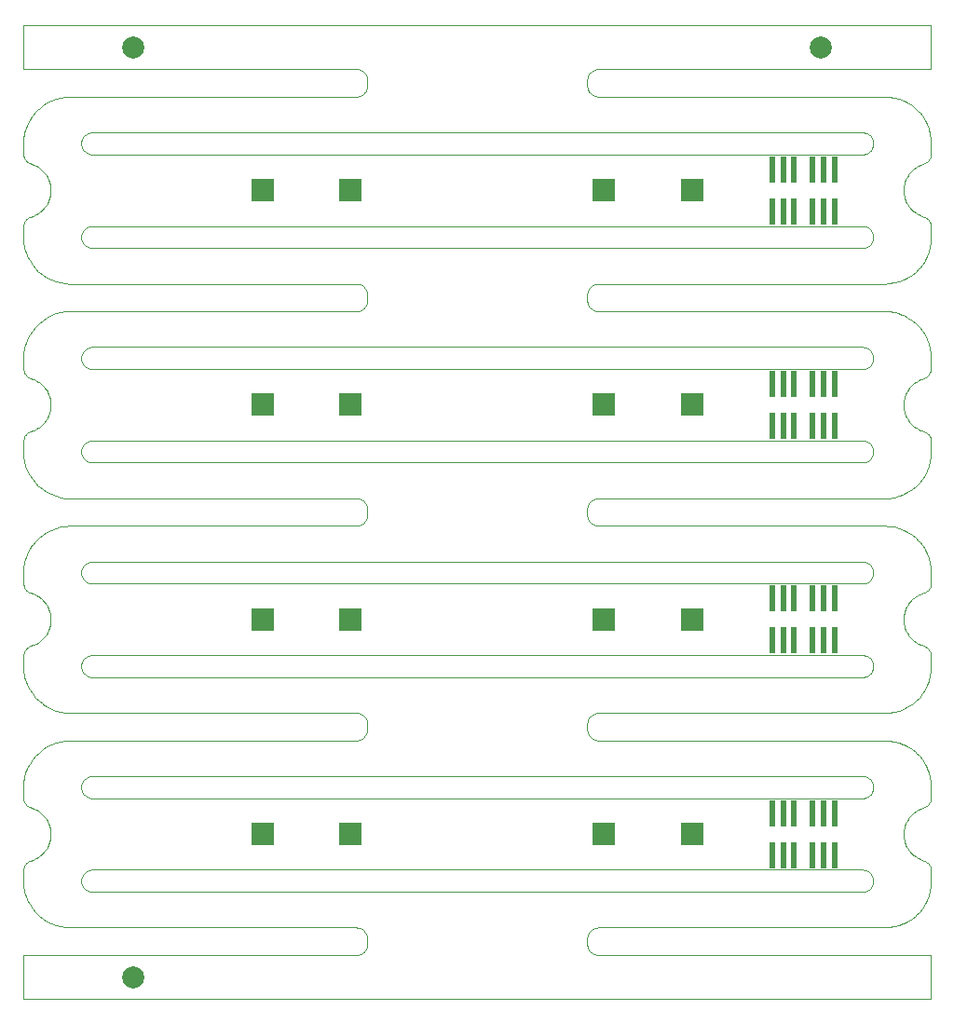
<source format=gbr>
G04 #@! TF.GenerationSoftware,KiCad,Pcbnew,5.1.5+dfsg1-2build2*
G04 #@! TF.CreationDate,2021-10-10T04:01:31+00:00*
G04 #@! TF.ProjectId,base_3.5,62617365-5f33-42e3-952e-6b696361645f,rev?*
G04 #@! TF.SameCoordinates,Original*
G04 #@! TF.FileFunction,Soldermask,Top*
G04 #@! TF.FilePolarity,Negative*
%FSLAX46Y46*%
G04 Gerber Fmt 4.6, Leading zero omitted, Abs format (unit mm)*
G04 Created by KiCad (PCBNEW 5.1.5+dfsg1-2build2) date 2021-10-10 04:01:31*
%MOMM*%
%LPD*%
G04 APERTURE LIST*
G04 #@! TA.AperFunction,Profile*
%ADD10C,0.100000*%
G04 #@! TD*
%ADD11C,2.000000*%
%ADD12R,0.560000X2.400000*%
%ADD13R,2.000000X2.000000*%
G04 APERTURE END LIST*
D10*
X126499900Y-102715900D02*
X126401100Y-102736200D01*
X126596400Y-102685700D02*
X126499900Y-102715900D01*
X126689300Y-102645900D02*
X126596400Y-102685700D01*
X126777600Y-102596800D02*
X126689300Y-102645900D01*
X126860800Y-102538900D02*
X126777600Y-102596800D01*
X126937500Y-102473100D02*
X126860800Y-102538900D01*
X127007100Y-102399800D02*
X126937500Y-102473100D01*
X127069000Y-102319900D02*
X127007100Y-102399800D01*
X127122400Y-102234100D02*
X127069000Y-102319900D01*
X127166900Y-102143400D02*
X127122400Y-102234100D01*
X127202000Y-102048600D02*
X127166900Y-102143400D01*
X127227300Y-101950700D02*
X127202000Y-102048600D01*
X127242600Y-101850800D02*
X127227300Y-101950700D01*
X127247700Y-101749900D02*
X127242600Y-101850800D01*
X127242600Y-101649200D02*
X127247700Y-101749900D01*
X127227300Y-101549300D02*
X127242600Y-101649200D01*
X127202000Y-101451500D02*
X127227300Y-101549300D01*
X127166900Y-101356700D02*
X127202000Y-101451500D01*
X127122400Y-101266000D02*
X127166900Y-101356700D01*
X127069000Y-101180200D02*
X127122400Y-101266000D01*
X127007100Y-101100300D02*
X127069000Y-101180200D01*
X126937300Y-101026800D02*
X127007100Y-101100300D01*
X126860600Y-100961000D02*
X126937300Y-101026800D01*
X126777600Y-100903300D02*
X126860600Y-100961000D01*
X126689300Y-100854200D02*
X126777600Y-100903300D01*
X126596600Y-100814500D02*
X126689300Y-100854200D01*
X126500200Y-100784200D02*
X126596600Y-100814500D01*
X126401200Y-100763800D02*
X126500200Y-100784200D01*
X126300700Y-100753600D02*
X126401200Y-100763800D01*
X126224800Y-100751000D02*
X126300700Y-100753600D01*
X56275400Y-100751000D02*
X126224800Y-100751000D01*
X56199200Y-100753600D02*
X56275400Y-100751000D01*
X56098800Y-100763800D02*
X56199200Y-100753600D01*
X55999800Y-100784200D02*
X56098800Y-100763800D01*
X55903400Y-100814500D02*
X55999800Y-100784200D01*
X55810500Y-100854300D02*
X55903400Y-100814500D01*
X55722100Y-100903400D02*
X55810500Y-100854300D01*
X55639200Y-100961100D02*
X55722100Y-100903400D01*
X55562500Y-101027000D02*
X55639200Y-100961100D01*
X55492900Y-101100300D02*
X55562500Y-101027000D01*
X55431000Y-101180200D02*
X55492900Y-101100300D01*
X55377600Y-101266000D02*
X55431000Y-101180200D01*
X55333100Y-101356700D02*
X55377600Y-101266000D01*
X55298100Y-101451200D02*
X55333100Y-101356700D01*
X55272700Y-101549100D02*
X55298100Y-101451200D01*
X55257400Y-101649000D02*
X55272700Y-101549100D01*
X55252300Y-101749900D02*
X55257400Y-101649000D01*
X55257400Y-101850800D02*
X55252300Y-101749900D01*
X55272700Y-101950700D02*
X55257400Y-101850800D01*
X55298000Y-102048600D02*
X55272700Y-101950700D01*
X55333100Y-102143400D02*
X55298000Y-102048600D01*
X55377600Y-102234100D02*
X55333100Y-102143400D01*
X55431000Y-102319900D02*
X55377600Y-102234100D01*
X55492900Y-102399800D02*
X55431000Y-102319900D01*
X55562500Y-102473100D02*
X55492900Y-102399800D01*
X55639200Y-102538900D02*
X55562500Y-102473100D01*
X55722100Y-102596700D02*
X55639200Y-102538900D01*
X55810500Y-102645700D02*
X55722100Y-102596700D01*
X55903400Y-102685600D02*
X55810500Y-102645700D01*
X55999800Y-102715900D02*
X55903400Y-102685600D01*
X56098800Y-102736200D02*
X55999800Y-102715900D01*
X56199300Y-102746500D02*
X56098800Y-102736200D01*
X56275200Y-102749000D02*
X56199300Y-102746500D01*
X126224900Y-102749000D02*
X56275200Y-102749000D01*
X126300500Y-102746500D02*
X126224900Y-102749000D01*
X126401100Y-102736200D02*
X126300500Y-102746500D01*
X126499900Y-94215900D02*
X126401100Y-94236200D01*
X126596400Y-94185700D02*
X126499900Y-94215900D01*
X126689300Y-94145900D02*
X126596400Y-94185700D01*
X126777600Y-94096800D02*
X126689300Y-94145900D01*
X126860800Y-94038900D02*
X126777600Y-94096800D01*
X126937500Y-93973100D02*
X126860800Y-94038900D01*
X127007100Y-93899800D02*
X126937500Y-93973100D01*
X127069000Y-93819900D02*
X127007100Y-93899800D01*
X127122400Y-93734100D02*
X127069000Y-93819900D01*
X127166900Y-93643400D02*
X127122400Y-93734100D01*
X127202000Y-93548600D02*
X127166900Y-93643400D01*
X127227300Y-93450700D02*
X127202000Y-93548600D01*
X127242600Y-93350800D02*
X127227300Y-93450700D01*
X127247700Y-93249900D02*
X127242600Y-93350800D01*
X127242600Y-93149200D02*
X127247700Y-93249900D01*
X127227300Y-93049300D02*
X127242600Y-93149200D01*
X127202000Y-92951500D02*
X127227300Y-93049300D01*
X127166900Y-92856700D02*
X127202000Y-92951500D01*
X127122400Y-92766000D02*
X127166900Y-92856700D01*
X127069000Y-92680200D02*
X127122400Y-92766000D01*
X127007100Y-92600300D02*
X127069000Y-92680200D01*
X126937300Y-92526800D02*
X127007100Y-92600300D01*
X126860600Y-92461000D02*
X126937300Y-92526800D01*
X126777600Y-92403300D02*
X126860600Y-92461000D01*
X126689300Y-92354200D02*
X126777600Y-92403300D01*
X126596600Y-92314500D02*
X126689300Y-92354200D01*
X126500200Y-92284200D02*
X126596600Y-92314500D01*
X126401200Y-92263800D02*
X126500200Y-92284200D01*
X126300700Y-92253600D02*
X126401200Y-92263800D01*
X126224800Y-92251000D02*
X126300700Y-92253600D01*
X56275400Y-92251000D02*
X126224800Y-92251000D01*
X56199200Y-92253600D02*
X56275400Y-92251000D01*
X56098800Y-92263800D02*
X56199200Y-92253600D01*
X55999800Y-92284200D02*
X56098800Y-92263800D01*
X55903400Y-92314500D02*
X55999800Y-92284200D01*
X55810500Y-92354300D02*
X55903400Y-92314500D01*
X55722100Y-92403400D02*
X55810500Y-92354300D01*
X55639200Y-92461100D02*
X55722100Y-92403400D01*
X55562500Y-92527000D02*
X55639200Y-92461100D01*
X55492900Y-92600300D02*
X55562500Y-92527000D01*
X55431000Y-92680200D02*
X55492900Y-92600300D01*
X55377600Y-92766000D02*
X55431000Y-92680200D01*
X55333100Y-92856700D02*
X55377600Y-92766000D01*
X55298100Y-92951200D02*
X55333100Y-92856700D01*
X55272700Y-93049100D02*
X55298100Y-92951200D01*
X55257400Y-93149000D02*
X55272700Y-93049100D01*
X55252300Y-93249900D02*
X55257400Y-93149000D01*
X55257400Y-93350800D02*
X55252300Y-93249900D01*
X55272700Y-93450700D02*
X55257400Y-93350800D01*
X55298000Y-93548600D02*
X55272700Y-93450700D01*
X55333100Y-93643400D02*
X55298000Y-93548600D01*
X55377600Y-93734100D02*
X55333100Y-93643400D01*
X55431000Y-93819900D02*
X55377600Y-93734100D01*
X55492900Y-93899800D02*
X55431000Y-93819900D01*
X55562500Y-93973100D02*
X55492900Y-93899800D01*
X55639200Y-94038900D02*
X55562500Y-93973100D01*
X55722100Y-94096700D02*
X55639200Y-94038900D01*
X55810500Y-94145700D02*
X55722100Y-94096700D01*
X55903400Y-94185600D02*
X55810500Y-94145700D01*
X55999800Y-94215900D02*
X55903400Y-94185600D01*
X56098800Y-94236200D02*
X55999800Y-94215900D01*
X56199300Y-94246500D02*
X56098800Y-94236200D01*
X56275200Y-94249000D02*
X56199300Y-94246500D01*
X126224900Y-94249000D02*
X56275200Y-94249000D01*
X126300500Y-94246500D02*
X126224900Y-94249000D01*
X126401100Y-94236200D02*
X126300500Y-94246500D01*
X126499900Y-83215900D02*
X126401000Y-83236200D01*
X126596400Y-83185700D02*
X126499900Y-83215900D01*
X126689300Y-83145800D02*
X126596400Y-83185700D01*
X126777600Y-83096800D02*
X126689300Y-83145800D01*
X126860800Y-83038900D02*
X126777600Y-83096800D01*
X126937500Y-82973100D02*
X126860800Y-83038900D01*
X127007100Y-82899800D02*
X126937500Y-82973100D01*
X127069000Y-82819900D02*
X127007100Y-82899800D01*
X127122400Y-82734100D02*
X127069000Y-82819900D01*
X127166900Y-82643300D02*
X127122400Y-82734100D01*
X127202000Y-82548600D02*
X127166900Y-82643300D01*
X127227300Y-82450700D02*
X127202000Y-82548600D01*
X127242600Y-82350800D02*
X127227300Y-82450700D01*
X127247700Y-82249900D02*
X127242600Y-82350800D01*
X127242600Y-82149200D02*
X127247700Y-82249900D01*
X127227300Y-82049300D02*
X127242600Y-82149200D01*
X127202000Y-81951500D02*
X127227300Y-82049300D01*
X127166900Y-81856700D02*
X127202000Y-81951500D01*
X127122400Y-81765900D02*
X127166900Y-81856700D01*
X127069000Y-81680200D02*
X127122400Y-81765900D01*
X127007100Y-81600200D02*
X127069000Y-81680200D01*
X126937300Y-81526800D02*
X127007100Y-81600200D01*
X126860600Y-81461000D02*
X126937300Y-81526800D01*
X126777600Y-81403200D02*
X126860600Y-81461000D01*
X126689300Y-81354200D02*
X126777600Y-81403200D01*
X126596600Y-81314500D02*
X126689300Y-81354200D01*
X126500200Y-81284200D02*
X126596600Y-81314500D01*
X126401200Y-81263800D02*
X126500200Y-81284200D01*
X126300700Y-81253600D02*
X126401200Y-81263800D01*
X126224800Y-81251000D02*
X126300700Y-81253600D01*
X56275300Y-81251000D02*
X126224800Y-81251000D01*
X56199200Y-81253600D02*
X56275300Y-81251000D01*
X56098800Y-81263800D02*
X56199200Y-81253600D01*
X55999800Y-81284200D02*
X56098800Y-81263800D01*
X55903400Y-81314500D02*
X55999800Y-81284200D01*
X55810500Y-81354300D02*
X55903400Y-81314500D01*
X55722100Y-81403400D02*
X55810500Y-81354300D01*
X55639200Y-81461100D02*
X55722100Y-81403400D01*
X55562500Y-81527000D02*
X55639200Y-81461100D01*
X55492900Y-81600200D02*
X55562500Y-81527000D01*
X55431000Y-81680200D02*
X55492900Y-81600200D01*
X55377600Y-81765900D02*
X55431000Y-81680200D01*
X55333100Y-81856700D02*
X55377600Y-81765900D01*
X55298100Y-81951200D02*
X55333100Y-81856700D01*
X55272700Y-82049000D02*
X55298100Y-81951200D01*
X55257400Y-82148900D02*
X55272700Y-82049000D01*
X55252300Y-82249900D02*
X55257400Y-82148900D01*
X55257400Y-82350800D02*
X55252300Y-82249900D01*
X55272700Y-82450700D02*
X55257400Y-82350800D01*
X55298000Y-82548600D02*
X55272700Y-82450700D01*
X55333100Y-82643300D02*
X55298000Y-82548600D01*
X55377600Y-82734100D02*
X55333100Y-82643300D01*
X55431000Y-82819900D02*
X55377600Y-82734100D01*
X55492900Y-82899800D02*
X55431000Y-82819900D01*
X55562500Y-82973100D02*
X55492900Y-82899800D01*
X55639200Y-83038900D02*
X55562500Y-82973100D01*
X55722100Y-83096700D02*
X55639200Y-83038900D01*
X55810500Y-83145700D02*
X55722100Y-83096700D01*
X55903400Y-83185600D02*
X55810500Y-83145700D01*
X55999800Y-83215800D02*
X55903400Y-83185600D01*
X56098800Y-83236200D02*
X55999800Y-83215800D01*
X56199300Y-83246400D02*
X56098800Y-83236200D01*
X56275200Y-83249000D02*
X56199300Y-83246400D01*
X126224800Y-83249000D02*
X56275200Y-83249000D01*
X126300600Y-83246400D02*
X126224800Y-83249000D01*
X126401000Y-83236200D02*
X126300600Y-83246400D01*
X126499900Y-74715900D02*
X126401000Y-74736200D01*
X126596400Y-74685700D02*
X126499900Y-74715900D01*
X126689300Y-74645800D02*
X126596400Y-74685700D01*
X126777600Y-74596800D02*
X126689300Y-74645800D01*
X126860800Y-74538900D02*
X126777600Y-74596800D01*
X126937500Y-74473100D02*
X126860800Y-74538900D01*
X127007100Y-74399800D02*
X126937500Y-74473100D01*
X127069000Y-74319900D02*
X127007100Y-74399800D01*
X127122400Y-74234100D02*
X127069000Y-74319900D01*
X127166900Y-74143300D02*
X127122400Y-74234100D01*
X127202000Y-74048600D02*
X127166900Y-74143300D01*
X127227300Y-73950700D02*
X127202000Y-74048600D01*
X127242600Y-73850800D02*
X127227300Y-73950700D01*
X127247700Y-73749900D02*
X127242600Y-73850800D01*
X127242600Y-73649200D02*
X127247700Y-73749900D01*
X127227300Y-73549300D02*
X127242600Y-73649200D01*
X127202000Y-73451500D02*
X127227300Y-73549300D01*
X127166900Y-73356700D02*
X127202000Y-73451500D01*
X127122400Y-73265900D02*
X127166900Y-73356700D01*
X127069000Y-73180200D02*
X127122400Y-73265900D01*
X127007100Y-73100200D02*
X127069000Y-73180200D01*
X126937300Y-73026800D02*
X127007100Y-73100200D01*
X126860600Y-72961000D02*
X126937300Y-73026800D01*
X126777600Y-72903200D02*
X126860600Y-72961000D01*
X126689300Y-72854200D02*
X126777600Y-72903200D01*
X126596600Y-72814500D02*
X126689300Y-72854200D01*
X126500200Y-72784200D02*
X126596600Y-72814500D01*
X126401200Y-72763800D02*
X126500200Y-72784200D01*
X126300700Y-72753600D02*
X126401200Y-72763800D01*
X126224800Y-72751000D02*
X126300700Y-72753600D01*
X56275300Y-72751000D02*
X126224800Y-72751000D01*
X56199200Y-72753600D02*
X56275300Y-72751000D01*
X56098800Y-72763800D02*
X56199200Y-72753600D01*
X55999800Y-72784200D02*
X56098800Y-72763800D01*
X55903400Y-72814500D02*
X55999800Y-72784200D01*
X55810500Y-72854300D02*
X55903400Y-72814500D01*
X55722100Y-72903400D02*
X55810500Y-72854300D01*
X55639200Y-72961100D02*
X55722100Y-72903400D01*
X55562500Y-73027000D02*
X55639200Y-72961100D01*
X55492900Y-73100200D02*
X55562500Y-73027000D01*
X55431000Y-73180200D02*
X55492900Y-73100200D01*
X55377600Y-73265900D02*
X55431000Y-73180200D01*
X55333100Y-73356700D02*
X55377600Y-73265900D01*
X55298100Y-73451200D02*
X55333100Y-73356700D01*
X55272700Y-73549000D02*
X55298100Y-73451200D01*
X55257400Y-73648900D02*
X55272700Y-73549000D01*
X55252300Y-73749900D02*
X55257400Y-73648900D01*
X55257400Y-73850800D02*
X55252300Y-73749900D01*
X55272700Y-73950700D02*
X55257400Y-73850800D01*
X55298000Y-74048600D02*
X55272700Y-73950700D01*
X55333100Y-74143300D02*
X55298000Y-74048600D01*
X55377600Y-74234100D02*
X55333100Y-74143300D01*
X55431000Y-74319900D02*
X55377600Y-74234100D01*
X55492900Y-74399800D02*
X55431000Y-74319900D01*
X55562500Y-74473100D02*
X55492900Y-74399800D01*
X55639200Y-74538900D02*
X55562500Y-74473100D01*
X55722100Y-74596700D02*
X55639200Y-74538900D01*
X55810500Y-74645700D02*
X55722100Y-74596700D01*
X55903400Y-74685600D02*
X55810500Y-74645700D01*
X55999800Y-74715800D02*
X55903400Y-74685600D01*
X56098800Y-74736200D02*
X55999800Y-74715800D01*
X56199300Y-74746400D02*
X56098800Y-74736200D01*
X56275200Y-74749000D02*
X56199300Y-74746400D01*
X126224800Y-74749000D02*
X56275200Y-74749000D01*
X126300600Y-74746400D02*
X126224800Y-74749000D01*
X126401000Y-74736200D02*
X126300600Y-74746400D01*
X126499900Y-63715900D02*
X126401000Y-63736200D01*
X126596400Y-63685700D02*
X126499900Y-63715900D01*
X126689300Y-63645800D02*
X126596400Y-63685700D01*
X126777600Y-63596800D02*
X126689300Y-63645800D01*
X126860600Y-63539100D02*
X126777600Y-63596800D01*
X126937300Y-63473200D02*
X126860600Y-63539100D01*
X127007100Y-63399800D02*
X126937300Y-63473200D01*
X127069000Y-63319900D02*
X127007100Y-63399800D01*
X127122300Y-63234300D02*
X127069000Y-63319900D01*
X127166800Y-63143600D02*
X127122300Y-63234300D01*
X127201900Y-63048800D02*
X127166800Y-63143600D01*
X127227300Y-62951000D02*
X127201900Y-63048800D01*
X127242600Y-62851100D02*
X127227300Y-62951000D01*
X127247700Y-62750100D02*
X127242600Y-62851100D01*
X127242600Y-62649200D02*
X127247700Y-62750100D01*
X127227300Y-62549300D02*
X127242600Y-62649200D01*
X127202000Y-62451500D02*
X127227300Y-62549300D01*
X127166900Y-62356700D02*
X127202000Y-62451500D01*
X127122400Y-62265900D02*
X127166900Y-62356700D01*
X127069000Y-62180200D02*
X127122400Y-62265900D01*
X127007100Y-62100200D02*
X127069000Y-62180200D01*
X126937300Y-62026800D02*
X127007100Y-62100200D01*
X126860600Y-61960900D02*
X126937300Y-62026800D01*
X126777900Y-61903400D02*
X126860600Y-61960900D01*
X126689500Y-61854300D02*
X126777900Y-61903400D01*
X126596600Y-61814400D02*
X126689500Y-61854300D01*
X126500200Y-61784200D02*
X126596600Y-61814400D01*
X126401200Y-61763800D02*
X126500200Y-61784200D01*
X126300700Y-61753600D02*
X126401200Y-61763800D01*
X126224800Y-61751000D02*
X126300700Y-61753600D01*
X56275200Y-61751000D02*
X126224800Y-61751000D01*
X56199300Y-61753600D02*
X56275200Y-61751000D01*
X56098800Y-61763800D02*
X56199300Y-61753600D01*
X55999800Y-61784200D02*
X56098800Y-61763800D01*
X55903400Y-61814400D02*
X55999800Y-61784200D01*
X55810500Y-61854300D02*
X55903400Y-61814400D01*
X55722100Y-61903400D02*
X55810500Y-61854300D01*
X55639200Y-61961100D02*
X55722100Y-61903400D01*
X55562500Y-62027000D02*
X55639200Y-61961100D01*
X55492900Y-62100200D02*
X55562500Y-62027000D01*
X55431000Y-62180200D02*
X55492900Y-62100200D01*
X55377600Y-62265900D02*
X55431000Y-62180200D01*
X55333100Y-62356700D02*
X55377600Y-62265900D01*
X55298000Y-62451500D02*
X55333100Y-62356700D01*
X55272700Y-62549000D02*
X55298000Y-62451500D01*
X55257400Y-62648900D02*
X55272700Y-62549000D01*
X55252300Y-62749900D02*
X55257400Y-62648900D01*
X55257400Y-62850800D02*
X55252300Y-62749900D01*
X55272700Y-62950700D02*
X55257400Y-62850800D01*
X55298000Y-63048500D02*
X55272700Y-62950700D01*
X55333100Y-63143300D02*
X55298000Y-63048500D01*
X55377600Y-63234100D02*
X55333100Y-63143300D01*
X55431000Y-63319900D02*
X55377600Y-63234100D01*
X55492900Y-63399800D02*
X55431000Y-63319900D01*
X55562500Y-63473000D02*
X55492900Y-63399800D01*
X55639200Y-63538900D02*
X55562500Y-63473000D01*
X55722100Y-63596600D02*
X55639200Y-63538900D01*
X55810500Y-63645700D02*
X55722100Y-63596600D01*
X55903400Y-63685600D02*
X55810500Y-63645700D01*
X55999800Y-63715800D02*
X55903400Y-63685600D01*
X56098800Y-63736200D02*
X55999800Y-63715800D01*
X56199300Y-63746400D02*
X56098800Y-63736200D01*
X56275200Y-63749000D02*
X56199300Y-63746400D01*
X126224800Y-63749000D02*
X56275200Y-63749000D01*
X126300700Y-63746400D02*
X126224800Y-63749000D01*
X126401000Y-63736200D02*
X126300700Y-63746400D01*
X126499900Y-55215900D02*
X126401000Y-55236200D01*
X126596400Y-55185700D02*
X126499900Y-55215900D01*
X126689300Y-55145800D02*
X126596400Y-55185700D01*
X126777600Y-55096800D02*
X126689300Y-55145800D01*
X126860600Y-55039100D02*
X126777600Y-55096800D01*
X126937300Y-54973200D02*
X126860600Y-55039100D01*
X127007100Y-54899800D02*
X126937300Y-54973200D01*
X127069000Y-54819900D02*
X127007100Y-54899800D01*
X127122300Y-54734300D02*
X127069000Y-54819900D01*
X127166800Y-54643600D02*
X127122300Y-54734300D01*
X127201900Y-54548800D02*
X127166800Y-54643600D01*
X127227300Y-54451000D02*
X127201900Y-54548800D01*
X127242600Y-54351100D02*
X127227300Y-54451000D01*
X127247700Y-54250100D02*
X127242600Y-54351100D01*
X127242600Y-54149200D02*
X127247700Y-54250100D01*
X127227300Y-54049300D02*
X127242600Y-54149200D01*
X127202000Y-53951500D02*
X127227300Y-54049300D01*
X127166900Y-53856700D02*
X127202000Y-53951500D01*
X127122400Y-53765900D02*
X127166900Y-53856700D01*
X127069000Y-53680200D02*
X127122400Y-53765900D01*
X127007100Y-53600200D02*
X127069000Y-53680200D01*
X126937300Y-53526800D02*
X127007100Y-53600200D01*
X126860600Y-53460900D02*
X126937300Y-53526800D01*
X126777900Y-53403400D02*
X126860600Y-53460900D01*
X126689500Y-53354300D02*
X126777900Y-53403400D01*
X126596600Y-53314400D02*
X126689500Y-53354300D01*
X126500200Y-53284200D02*
X126596600Y-53314400D01*
X126401200Y-53263800D02*
X126500200Y-53284200D01*
X126300700Y-53253600D02*
X126401200Y-53263800D01*
X126224800Y-53251000D02*
X126300700Y-53253600D01*
X56275200Y-53251000D02*
X126224800Y-53251000D01*
X56199300Y-53253600D02*
X56275200Y-53251000D01*
X56098800Y-53263800D02*
X56199300Y-53253600D01*
X55999800Y-53284200D02*
X56098800Y-53263800D01*
X55903400Y-53314400D02*
X55999800Y-53284200D01*
X55810500Y-53354300D02*
X55903400Y-53314400D01*
X55722100Y-53403400D02*
X55810500Y-53354300D01*
X55639200Y-53461100D02*
X55722100Y-53403400D01*
X55562500Y-53527000D02*
X55639200Y-53461100D01*
X55492900Y-53600200D02*
X55562500Y-53527000D01*
X55431000Y-53680200D02*
X55492900Y-53600200D01*
X55377600Y-53765900D02*
X55431000Y-53680200D01*
X55333100Y-53856700D02*
X55377600Y-53765900D01*
X55298000Y-53951500D02*
X55333100Y-53856700D01*
X55272700Y-54049000D02*
X55298000Y-53951500D01*
X55257400Y-54148900D02*
X55272700Y-54049000D01*
X55252300Y-54249900D02*
X55257400Y-54148900D01*
X55257400Y-54350800D02*
X55252300Y-54249900D01*
X55272700Y-54450700D02*
X55257400Y-54350800D01*
X55298000Y-54548500D02*
X55272700Y-54450700D01*
X55333100Y-54643300D02*
X55298000Y-54548500D01*
X55377600Y-54734100D02*
X55333100Y-54643300D01*
X55431000Y-54819900D02*
X55377600Y-54734100D01*
X55492900Y-54899800D02*
X55431000Y-54819900D01*
X55562500Y-54973000D02*
X55492900Y-54899800D01*
X55639200Y-55038900D02*
X55562500Y-54973000D01*
X55722100Y-55096600D02*
X55639200Y-55038900D01*
X55810500Y-55145700D02*
X55722100Y-55096600D01*
X55903400Y-55185600D02*
X55810500Y-55145700D01*
X55999800Y-55215800D02*
X55903400Y-55185600D01*
X56098800Y-55236200D02*
X55999800Y-55215800D01*
X56199300Y-55246400D02*
X56098800Y-55236200D01*
X56275200Y-55249000D02*
X56199300Y-55246400D01*
X126224800Y-55249000D02*
X56275200Y-55249000D01*
X126300700Y-55246400D02*
X126224800Y-55249000D01*
X126401000Y-55236200D02*
X126300700Y-55246400D01*
X126500200Y-122215900D02*
X126400700Y-122236300D01*
X126596600Y-122185600D02*
X126500200Y-122215900D01*
X126689500Y-122145700D02*
X126596600Y-122185600D01*
X126777900Y-122096700D02*
X126689500Y-122145700D01*
X126860800Y-122038900D02*
X126777900Y-122096700D01*
X126937500Y-121973100D02*
X126860800Y-122038900D01*
X127007100Y-121899800D02*
X126937500Y-121973100D01*
X127069000Y-121819900D02*
X127007100Y-121899800D01*
X127122400Y-121734100D02*
X127069000Y-121819900D01*
X127166900Y-121643400D02*
X127122400Y-121734100D01*
X127202000Y-121548600D02*
X127166900Y-121643400D01*
X127227300Y-121450800D02*
X127202000Y-121548600D01*
X127242600Y-121350900D02*
X127227300Y-121450800D01*
X127247700Y-121249900D02*
X127242600Y-121350900D01*
X127242600Y-121149300D02*
X127247700Y-121249900D01*
X127227300Y-121049300D02*
X127242600Y-121149300D01*
X127202000Y-120951500D02*
X127227300Y-121049300D01*
X127166900Y-120856700D02*
X127202000Y-120951500D01*
X127122400Y-120766000D02*
X127166900Y-120856700D01*
X127069000Y-120680200D02*
X127122400Y-120766000D01*
X127007100Y-120600300D02*
X127069000Y-120680200D01*
X126937300Y-120526800D02*
X127007100Y-120600300D01*
X126860600Y-120461000D02*
X126937300Y-120526800D01*
X126777600Y-120403300D02*
X126860600Y-120461000D01*
X126689300Y-120354200D02*
X126777600Y-120403300D01*
X126596600Y-120314500D02*
X126689300Y-120354200D01*
X126500200Y-120284200D02*
X126596600Y-120314500D01*
X126401200Y-120263900D02*
X126500200Y-120284200D01*
X126300700Y-120253600D02*
X126401200Y-120263900D01*
X126224800Y-120251100D02*
X126300700Y-120253600D01*
X56275000Y-120251100D02*
X126224800Y-120251100D01*
X56199600Y-120253600D02*
X56275000Y-120251100D01*
X56098800Y-120263900D02*
X56199600Y-120253600D01*
X55999800Y-120284200D02*
X56098800Y-120263900D01*
X55903400Y-120314500D02*
X55999800Y-120284200D01*
X55810500Y-120354400D02*
X55903400Y-120314500D01*
X55722100Y-120403400D02*
X55810500Y-120354400D01*
X55639200Y-120461200D02*
X55722100Y-120403400D01*
X55562500Y-120527000D02*
X55639200Y-120461200D01*
X55492900Y-120600300D02*
X55562500Y-120527000D01*
X55431000Y-120680200D02*
X55492900Y-120600300D01*
X55377600Y-120766000D02*
X55431000Y-120680200D01*
X55333100Y-120856700D02*
X55377600Y-120766000D01*
X55298100Y-120951200D02*
X55333100Y-120856700D01*
X55272700Y-121049100D02*
X55298100Y-120951200D01*
X55257400Y-121149000D02*
X55272700Y-121049100D01*
X55252300Y-121249900D02*
X55257400Y-121149000D01*
X55257400Y-121350900D02*
X55252300Y-121249900D01*
X55272700Y-121450800D02*
X55257400Y-121350900D01*
X55298000Y-121548600D02*
X55272700Y-121450800D01*
X55333100Y-121643400D02*
X55298000Y-121548600D01*
X55377600Y-121734100D02*
X55333100Y-121643400D01*
X55431000Y-121819900D02*
X55377600Y-121734100D01*
X55492900Y-121899800D02*
X55431000Y-121819900D01*
X55562500Y-121973100D02*
X55492900Y-121899800D01*
X55639200Y-122038900D02*
X55562500Y-121973100D01*
X55722100Y-122096700D02*
X55639200Y-122038900D01*
X55810500Y-122145700D02*
X55722100Y-122096700D01*
X55903400Y-122185600D02*
X55810500Y-122145700D01*
X55999800Y-122215900D02*
X55903400Y-122185600D01*
X56098800Y-122236200D02*
X55999800Y-122215900D01*
X56199300Y-122246500D02*
X56098800Y-122236200D01*
X56275200Y-122249100D02*
X56199300Y-122246500D01*
X126224500Y-122249100D02*
X56275200Y-122249100D01*
X126300900Y-122246500D02*
X126224500Y-122249100D01*
X126400700Y-122236300D02*
X126300900Y-122246500D01*
X126500200Y-113715900D02*
X126400700Y-113736300D01*
X126596600Y-113685600D02*
X126500200Y-113715900D01*
X126689500Y-113645700D02*
X126596600Y-113685600D01*
X126777900Y-113596700D02*
X126689500Y-113645700D01*
X126860800Y-113538900D02*
X126777900Y-113596700D01*
X126937500Y-113473100D02*
X126860800Y-113538900D01*
X127007100Y-113399800D02*
X126937500Y-113473100D01*
X127069000Y-113319900D02*
X127007100Y-113399800D01*
X127122400Y-113234100D02*
X127069000Y-113319900D01*
X127166900Y-113143400D02*
X127122400Y-113234100D01*
X127202000Y-113048600D02*
X127166900Y-113143400D01*
X127227300Y-112950800D02*
X127202000Y-113048600D01*
X127242600Y-112850900D02*
X127227300Y-112950800D01*
X127247700Y-112749900D02*
X127242600Y-112850900D01*
X127242600Y-112649300D02*
X127247700Y-112749900D01*
X127227300Y-112549300D02*
X127242600Y-112649300D01*
X127202000Y-112451500D02*
X127227300Y-112549300D01*
X127166900Y-112356700D02*
X127202000Y-112451500D01*
X127122400Y-112266000D02*
X127166900Y-112356700D01*
X127069000Y-112180200D02*
X127122400Y-112266000D01*
X127007100Y-112100300D02*
X127069000Y-112180200D01*
X126937300Y-112026800D02*
X127007100Y-112100300D01*
X126860600Y-111961000D02*
X126937300Y-112026800D01*
X126777600Y-111903300D02*
X126860600Y-111961000D01*
X126689300Y-111854200D02*
X126777600Y-111903300D01*
X126596600Y-111814500D02*
X126689300Y-111854200D01*
X126500200Y-111784200D02*
X126596600Y-111814500D01*
X126401200Y-111763900D02*
X126500200Y-111784200D01*
X126300700Y-111753600D02*
X126401200Y-111763900D01*
X126224800Y-111751100D02*
X126300700Y-111753600D01*
X56275000Y-111751100D02*
X126224800Y-111751100D01*
X56199600Y-111753600D02*
X56275000Y-111751100D01*
X56098800Y-111763900D02*
X56199600Y-111753600D01*
X55999800Y-111784200D02*
X56098800Y-111763900D01*
X55903400Y-111814500D02*
X55999800Y-111784200D01*
X55810500Y-111854400D02*
X55903400Y-111814500D01*
X55722100Y-111903400D02*
X55810500Y-111854400D01*
X55639200Y-111961200D02*
X55722100Y-111903400D01*
X55562500Y-112027000D02*
X55639200Y-111961200D01*
X55492900Y-112100300D02*
X55562500Y-112027000D01*
X55431000Y-112180200D02*
X55492900Y-112100300D01*
X55377600Y-112266000D02*
X55431000Y-112180200D01*
X55333100Y-112356700D02*
X55377600Y-112266000D01*
X55298100Y-112451200D02*
X55333100Y-112356700D01*
X55272700Y-112549100D02*
X55298100Y-112451200D01*
X55257400Y-112649000D02*
X55272700Y-112549100D01*
X55252300Y-112749900D02*
X55257400Y-112649000D01*
X55257400Y-112850900D02*
X55252300Y-112749900D01*
X55272700Y-112950800D02*
X55257400Y-112850900D01*
X55298000Y-113048600D02*
X55272700Y-112950800D01*
X55333100Y-113143400D02*
X55298000Y-113048600D01*
X55377600Y-113234100D02*
X55333100Y-113143400D01*
X55431000Y-113319900D02*
X55377600Y-113234100D01*
X55492900Y-113399800D02*
X55431000Y-113319900D01*
X55562500Y-113473100D02*
X55492900Y-113399800D01*
X55639200Y-113538900D02*
X55562500Y-113473100D01*
X55722100Y-113596700D02*
X55639200Y-113538900D01*
X55810500Y-113645700D02*
X55722100Y-113596700D01*
X55903400Y-113685600D02*
X55810500Y-113645700D01*
X55999800Y-113715900D02*
X55903400Y-113685600D01*
X56098800Y-113736200D02*
X55999800Y-113715900D01*
X56199300Y-113746500D02*
X56098800Y-113736200D01*
X56275200Y-113749100D02*
X56199300Y-113746500D01*
X126224500Y-113749100D02*
X56275200Y-113749100D01*
X126300900Y-113746500D02*
X126224500Y-113749100D01*
X126400700Y-113736300D02*
X126300900Y-113746500D01*
X132476500Y-43499000D02*
X50009200Y-43499700D01*
X132491800Y-43499800D02*
X132476500Y-43499000D01*
X132497700Y-43503000D02*
X132491800Y-43499800D01*
X132500200Y-43508200D02*
X132497700Y-43503000D01*
X132501000Y-43523500D02*
X132500200Y-43508200D01*
X132501000Y-47475500D02*
X132501000Y-43523500D01*
X132499700Y-47492700D02*
X132501000Y-47475500D01*
X132496300Y-47497400D02*
X132499700Y-47492700D01*
X132491800Y-47499200D02*
X132496300Y-47497400D01*
X102241300Y-47500000D02*
X132491800Y-47499200D01*
X102144000Y-47504800D02*
X102241300Y-47500000D01*
X102047900Y-47519000D02*
X102144000Y-47504800D01*
X101953600Y-47542600D02*
X102047900Y-47519000D01*
X101862200Y-47575400D02*
X101953600Y-47542600D01*
X101774300Y-47616900D02*
X101862200Y-47575400D01*
X101691000Y-47666900D02*
X101774300Y-47616900D01*
X101613000Y-47724700D02*
X101691000Y-47666900D01*
X101541000Y-47790000D02*
X101613000Y-47724700D01*
X101475700Y-47862000D02*
X101541000Y-47790000D01*
X101417900Y-47940000D02*
X101475700Y-47862000D01*
X101367900Y-48023300D02*
X101417900Y-47940000D01*
X101326400Y-48111100D02*
X101367900Y-48023300D01*
X101293700Y-48202600D02*
X101326400Y-48111100D01*
X101270000Y-48296900D02*
X101293700Y-48202600D01*
X101255800Y-48393000D02*
X101270000Y-48296900D01*
X101251000Y-48490200D02*
X101255800Y-48393000D01*
X101251000Y-49008800D02*
X101251000Y-48490200D01*
X101255800Y-49106000D02*
X101251000Y-49008800D01*
X101270000Y-49202100D02*
X101255800Y-49106000D01*
X101293700Y-49296400D02*
X101270000Y-49202100D01*
X101326400Y-49387900D02*
X101293700Y-49296400D01*
X101367900Y-49475700D02*
X101326400Y-49387900D01*
X101417900Y-49559000D02*
X101367900Y-49475700D01*
X101475700Y-49637000D02*
X101417900Y-49559000D01*
X101541000Y-49709000D02*
X101475700Y-49637000D01*
X101613000Y-49774300D02*
X101541000Y-49709000D01*
X101691000Y-49832100D02*
X101613000Y-49774300D01*
X101774300Y-49882100D02*
X101691000Y-49832100D01*
X101862200Y-49923600D02*
X101774300Y-49882100D01*
X101953600Y-49956400D02*
X101862200Y-49923600D01*
X102047900Y-49980000D02*
X101953600Y-49956400D01*
X102144000Y-49994200D02*
X102047900Y-49980000D01*
X102241300Y-49999000D02*
X102144000Y-49994200D01*
X128243400Y-49999000D02*
X102241300Y-49999000D01*
X128694100Y-50022600D02*
X128243400Y-49999000D01*
X129121100Y-50089900D02*
X128694100Y-50022600D01*
X129146500Y-50095300D02*
X129121100Y-50089900D01*
X129550900Y-50203600D02*
X129146500Y-50095300D01*
X129575900Y-50211800D02*
X129550900Y-50203600D01*
X129979200Y-50367000D02*
X129575900Y-50211800D01*
X130375600Y-50569000D02*
X129979200Y-50367000D01*
X130748300Y-50811000D02*
X130375600Y-50569000D01*
X131084200Y-51082600D02*
X130748300Y-50811000D01*
X131103800Y-51100200D02*
X131084200Y-51082600D01*
X131399800Y-51396200D02*
X131103800Y-51100200D01*
X131417400Y-51415700D02*
X131399800Y-51396200D01*
X131689000Y-51751800D02*
X131417400Y-51415700D01*
X131931100Y-52124500D02*
X131689000Y-51751800D01*
X132133100Y-52520900D02*
X131931100Y-52124500D01*
X132288200Y-52924100D02*
X132133100Y-52520900D01*
X132296300Y-52949100D02*
X132288200Y-52924100D01*
X132404700Y-53353400D02*
X132296300Y-52949100D01*
X132410200Y-53379100D02*
X132404700Y-53353400D01*
X132477400Y-53806000D02*
X132410200Y-53379100D01*
X132501000Y-54256500D02*
X132477400Y-53806000D01*
X132501000Y-55139700D02*
X132501000Y-54256500D01*
X132495900Y-55244100D02*
X132501000Y-55139700D01*
X132481400Y-55341600D02*
X132495900Y-55244100D01*
X132457200Y-55437700D02*
X132481400Y-55341600D01*
X132423900Y-55530500D02*
X132457200Y-55437700D01*
X132387300Y-55608200D02*
X132423900Y-55530500D01*
X132375600Y-55630000D02*
X132387300Y-55608200D01*
X132323700Y-55713800D02*
X132375600Y-55630000D01*
X132272100Y-55782500D02*
X132323700Y-55713800D01*
X132214100Y-55846600D02*
X132272100Y-55782500D01*
X132196500Y-55864100D02*
X132214100Y-55846600D01*
X132132400Y-55921400D02*
X132196500Y-55864100D01*
X132062800Y-55973000D02*
X132132400Y-55921400D01*
X131968400Y-56030200D02*
X132062800Y-55973000D01*
X131879100Y-56072000D02*
X131968400Y-56030200D01*
X131600100Y-56170700D02*
X131879100Y-56072000D01*
X131509400Y-56207800D02*
X131600100Y-56170700D01*
X131375300Y-56270600D02*
X131509400Y-56207800D01*
X131288700Y-56316400D02*
X131375300Y-56270600D01*
X131161400Y-56392000D02*
X131288700Y-56316400D01*
X131079800Y-56446200D02*
X131161400Y-56392000D01*
X130960600Y-56533900D02*
X131079800Y-56446200D01*
X130884600Y-56595900D02*
X130960600Y-56533900D01*
X130774600Y-56694900D02*
X130884600Y-56595900D01*
X130705100Y-56764000D02*
X130774600Y-56694900D01*
X130605400Y-56873400D02*
X130705100Y-56764000D01*
X130543000Y-56949000D02*
X130605400Y-56873400D01*
X130454500Y-57067700D02*
X130543000Y-56949000D01*
X130399900Y-57149100D02*
X130454500Y-57067700D01*
X130323600Y-57275900D02*
X130399900Y-57149100D01*
X130277200Y-57362300D02*
X130323600Y-57275900D01*
X130213700Y-57496000D02*
X130277200Y-57362300D01*
X130176000Y-57586500D02*
X130213700Y-57496000D01*
X130126000Y-57725800D02*
X130176000Y-57586500D01*
X130097400Y-57819500D02*
X130126000Y-57725800D01*
X130061300Y-57963100D02*
X130097400Y-57819500D01*
X130042200Y-58059200D02*
X130061300Y-57963100D01*
X130020400Y-58205600D02*
X130042200Y-58059200D01*
X130010700Y-58303100D02*
X130020400Y-58205600D01*
X130003400Y-58451000D02*
X130010700Y-58303100D01*
X130003400Y-58549000D02*
X130003400Y-58451000D01*
X130010700Y-58696900D02*
X130003400Y-58549000D01*
X130020400Y-58794400D02*
X130010700Y-58696900D01*
X130042200Y-58940800D02*
X130020400Y-58794400D01*
X130061300Y-59036900D02*
X130042200Y-58940800D01*
X130097400Y-59180500D02*
X130061300Y-59036900D01*
X130126000Y-59274200D02*
X130097400Y-59180500D01*
X130176000Y-59413500D02*
X130126000Y-59274200D01*
X130213700Y-59504000D02*
X130176000Y-59413500D01*
X130277200Y-59637700D02*
X130213700Y-59504000D01*
X130323600Y-59724100D02*
X130277200Y-59637700D01*
X130399900Y-59850900D02*
X130323600Y-59724100D01*
X130454500Y-59932300D02*
X130399900Y-59850900D01*
X130543000Y-60051000D02*
X130454500Y-59932300D01*
X130605400Y-60126600D02*
X130543000Y-60051000D01*
X130705100Y-60236000D02*
X130605400Y-60126600D01*
X130774600Y-60305100D02*
X130705100Y-60236000D01*
X130884600Y-60404100D02*
X130774600Y-60305100D01*
X130960600Y-60466100D02*
X130884600Y-60404100D01*
X131079800Y-60553800D02*
X130960600Y-60466100D01*
X131161500Y-60608000D02*
X131079800Y-60553800D01*
X131288700Y-60683600D02*
X131161500Y-60608000D01*
X131375300Y-60729500D02*
X131288700Y-60683600D01*
X131509400Y-60792200D02*
X131375300Y-60729500D01*
X131600100Y-60829300D02*
X131509400Y-60792200D01*
X131878700Y-60927800D02*
X131600100Y-60829300D01*
X131957100Y-60964100D02*
X131878700Y-60927800D01*
X131978900Y-60975700D02*
X131957100Y-60964100D01*
X132052700Y-61019900D02*
X131978900Y-60975700D01*
X132122500Y-61070900D02*
X132052700Y-61019900D01*
X132141700Y-61086500D02*
X132122500Y-61070900D01*
X132205400Y-61144300D02*
X132141700Y-61086500D01*
X132263800Y-61207900D02*
X132205400Y-61144300D01*
X132279400Y-61226800D02*
X132263800Y-61207900D01*
X132337500Y-61306700D02*
X132279400Y-61226800D01*
X132381600Y-61380600D02*
X132337500Y-61306700D01*
X132418900Y-61458500D02*
X132381600Y-61380600D01*
X132428400Y-61481300D02*
X132418900Y-61458500D01*
X132460600Y-61574500D02*
X132428400Y-61481300D01*
X132481400Y-61658400D02*
X132460600Y-61574500D01*
X132496700Y-61767700D02*
X132481400Y-61658400D01*
X132501000Y-61860300D02*
X132496700Y-61767700D01*
X132501000Y-62743400D02*
X132501000Y-61860300D01*
X132477400Y-63194100D02*
X132501000Y-62743400D01*
X132407800Y-63633500D02*
X132477400Y-63194100D01*
X132292500Y-64063800D02*
X132407800Y-63633500D01*
X132138200Y-64466700D02*
X132292500Y-64063800D01*
X132127500Y-64490700D02*
X132138200Y-64466700D01*
X131937500Y-64863800D02*
X132127500Y-64490700D01*
X131924300Y-64886500D02*
X131937500Y-64863800D01*
X131689000Y-65248300D02*
X131924300Y-64886500D01*
X131417400Y-65584200D02*
X131689000Y-65248300D01*
X131399800Y-65603800D02*
X131417400Y-65584200D01*
X131094400Y-65908700D02*
X131399800Y-65603800D01*
X130748700Y-66188700D02*
X131094400Y-65908700D01*
X130375500Y-66431100D02*
X130748700Y-66188700D01*
X129978600Y-66633300D02*
X130375500Y-66431100D01*
X129563700Y-66792500D02*
X129978600Y-66633300D01*
X129134000Y-66907700D02*
X129563700Y-66792500D01*
X128694500Y-66977300D02*
X129134000Y-66907700D01*
X128249900Y-67000900D02*
X128694500Y-66977300D01*
X102241300Y-67001000D02*
X128249900Y-67000900D01*
X102144000Y-67005800D02*
X102241300Y-67001000D01*
X102047900Y-67020000D02*
X102144000Y-67005800D01*
X101953600Y-67043600D02*
X102047900Y-67020000D01*
X101862200Y-67076400D02*
X101953600Y-67043600D01*
X101774300Y-67117900D02*
X101862200Y-67076400D01*
X101691000Y-67167900D02*
X101774300Y-67117900D01*
X101613000Y-67225700D02*
X101691000Y-67167900D01*
X101541000Y-67291000D02*
X101613000Y-67225700D01*
X101475700Y-67363000D02*
X101541000Y-67291000D01*
X101417900Y-67441000D02*
X101475700Y-67363000D01*
X101367900Y-67524300D02*
X101417900Y-67441000D01*
X101326400Y-67612100D02*
X101367900Y-67524300D01*
X101293700Y-67703600D02*
X101326400Y-67612100D01*
X101270000Y-67797900D02*
X101293700Y-67703600D01*
X101255800Y-67894000D02*
X101270000Y-67797900D01*
X101251000Y-67991200D02*
X101255800Y-67894000D01*
X101251000Y-68508800D02*
X101251000Y-67991200D01*
X101255800Y-68606000D02*
X101251000Y-68508800D01*
X101270000Y-68702100D02*
X101255800Y-68606000D01*
X101293700Y-68796400D02*
X101270000Y-68702100D01*
X101326400Y-68887900D02*
X101293700Y-68796400D01*
X101367900Y-68975700D02*
X101326400Y-68887900D01*
X101417900Y-69059000D02*
X101367900Y-68975700D01*
X101475700Y-69137000D02*
X101417900Y-69059000D01*
X101541000Y-69209000D02*
X101475700Y-69137000D01*
X101613000Y-69274300D02*
X101541000Y-69209000D01*
X101691000Y-69332200D02*
X101613000Y-69274300D01*
X101774300Y-69382100D02*
X101691000Y-69332200D01*
X101862200Y-69423600D02*
X101774300Y-69382100D01*
X101953600Y-69456400D02*
X101862200Y-69423600D01*
X102047900Y-69480000D02*
X101953600Y-69456400D01*
X102144000Y-69494200D02*
X102047900Y-69480000D01*
X102241300Y-69499000D02*
X102144000Y-69494200D01*
X128243400Y-69499000D02*
X102241300Y-69499000D01*
X128694600Y-69522700D02*
X128243400Y-69499000D01*
X129134000Y-69592300D02*
X128694600Y-69522700D01*
X129550900Y-69703700D02*
X129134000Y-69592300D01*
X129575900Y-69711800D02*
X129550900Y-69703700D01*
X129966700Y-69861800D02*
X129575900Y-69711800D01*
X129990700Y-69872500D02*
X129966700Y-69861800D01*
X130375100Y-70068700D02*
X129990700Y-69872500D01*
X130737600Y-70303700D02*
X130375100Y-70068700D01*
X130758900Y-70319200D02*
X130737600Y-70303700D01*
X131094100Y-70591000D02*
X130758900Y-70319200D01*
X131408700Y-70905600D02*
X131094100Y-70591000D01*
X131688700Y-71251400D02*
X131408700Y-70905600D01*
X131931300Y-71624900D02*
X131688700Y-71251400D01*
X132133100Y-72020900D02*
X131931300Y-71624900D01*
X132288200Y-72424100D02*
X132133100Y-72020900D01*
X132296300Y-72449100D02*
X132288200Y-72424100D01*
X132404700Y-72853500D02*
X132296300Y-72449100D01*
X132410200Y-72879200D02*
X132404700Y-72853500D01*
X132477400Y-73306000D02*
X132410200Y-72879200D01*
X132500900Y-73750100D02*
X132477400Y-73306000D01*
X132500900Y-74646100D02*
X132500900Y-73750100D01*
X132495900Y-74744100D02*
X132500900Y-74646100D01*
X132483400Y-74829700D02*
X132495900Y-74744100D01*
X132478600Y-74853900D02*
X132483400Y-74829700D01*
X132457300Y-74937200D02*
X132478600Y-74853900D01*
X132428400Y-75018700D02*
X132457300Y-74937200D01*
X132418900Y-75041500D02*
X132428400Y-75018700D01*
X132381500Y-75119500D02*
X132418900Y-75041500D01*
X132330900Y-75203500D02*
X132381500Y-75119500D01*
X132272100Y-75282600D02*
X132330900Y-75203500D01*
X132214100Y-75346600D02*
X132272100Y-75282600D01*
X132196500Y-75364100D02*
X132214100Y-75346600D01*
X132132100Y-75421700D02*
X132196500Y-75364100D01*
X132052700Y-75480100D02*
X132132100Y-75421700D01*
X131957300Y-75535800D02*
X132052700Y-75480100D01*
X131878600Y-75572200D02*
X131957300Y-75535800D01*
X131600100Y-75670700D02*
X131878600Y-75572200D01*
X131509400Y-75707800D02*
X131600100Y-75670700D01*
X131375300Y-75770600D02*
X131509400Y-75707800D01*
X131288700Y-75816400D02*
X131375300Y-75770600D01*
X131161400Y-75892000D02*
X131288700Y-75816400D01*
X131079800Y-75946200D02*
X131161400Y-75892000D01*
X130960600Y-76033900D02*
X131079800Y-75946200D01*
X130884600Y-76095900D02*
X130960600Y-76033900D01*
X130774600Y-76194900D02*
X130884600Y-76095900D01*
X130705100Y-76264000D02*
X130774600Y-76194900D01*
X130605400Y-76373400D02*
X130705100Y-76264000D01*
X130543000Y-76449000D02*
X130605400Y-76373400D01*
X130454500Y-76567700D02*
X130543000Y-76449000D01*
X130399900Y-76649100D02*
X130454500Y-76567700D01*
X130323600Y-76775900D02*
X130399900Y-76649100D01*
X130277200Y-76862300D02*
X130323600Y-76775900D01*
X130213700Y-76996000D02*
X130277200Y-76862300D01*
X130176000Y-77086500D02*
X130213700Y-76996000D01*
X130126000Y-77225800D02*
X130176000Y-77086500D01*
X130097400Y-77319500D02*
X130126000Y-77225800D01*
X130061300Y-77463100D02*
X130097400Y-77319500D01*
X130042200Y-77559200D02*
X130061300Y-77463100D01*
X130020400Y-77705600D02*
X130042200Y-77559200D01*
X130010700Y-77803200D02*
X130020400Y-77705600D01*
X130003400Y-77951000D02*
X130010700Y-77803200D01*
X130003400Y-78049000D02*
X130003400Y-77951000D01*
X130010700Y-78196900D02*
X130003400Y-78049000D01*
X130020400Y-78294400D02*
X130010700Y-78196900D01*
X130042200Y-78440800D02*
X130020400Y-78294400D01*
X130061300Y-78536900D02*
X130042200Y-78440800D01*
X130097400Y-78680500D02*
X130061300Y-78536900D01*
X130126000Y-78774200D02*
X130097400Y-78680500D01*
X130176000Y-78913600D02*
X130126000Y-78774200D01*
X130213700Y-79004100D02*
X130176000Y-78913600D01*
X130277200Y-79137800D02*
X130213700Y-79004100D01*
X130323600Y-79224100D02*
X130277200Y-79137800D01*
X130399900Y-79350900D02*
X130323600Y-79224100D01*
X130454500Y-79432300D02*
X130399900Y-79350900D01*
X130543000Y-79551000D02*
X130454500Y-79432300D01*
X130605400Y-79626600D02*
X130543000Y-79551000D01*
X130705100Y-79736000D02*
X130605400Y-79626600D01*
X130774600Y-79805100D02*
X130705100Y-79736000D01*
X130884600Y-79904200D02*
X130774600Y-79805100D01*
X130960600Y-79966100D02*
X130884600Y-79904200D01*
X131079800Y-80053900D02*
X130960600Y-79966100D01*
X131161500Y-80108000D02*
X131079800Y-80053900D01*
X131288700Y-80183600D02*
X131161500Y-80108000D01*
X131375300Y-80229500D02*
X131288700Y-80183600D01*
X131509400Y-80292200D02*
X131375300Y-80229500D01*
X131600100Y-80329300D02*
X131509400Y-80292200D01*
X131879100Y-80428000D02*
X131600100Y-80329300D01*
X131968400Y-80469800D02*
X131879100Y-80428000D01*
X132062800Y-80527000D02*
X131968400Y-80469800D01*
X132141700Y-80586500D02*
X132062800Y-80527000D01*
X132205400Y-80644300D02*
X132141700Y-80586500D01*
X132263800Y-80707900D02*
X132205400Y-80644300D01*
X132279500Y-80727000D02*
X132263800Y-80707900D01*
X132330700Y-80796100D02*
X132279500Y-80727000D01*
X132381600Y-80880600D02*
X132330700Y-80796100D01*
X132423900Y-80969600D02*
X132381600Y-80880600D01*
X132457400Y-81062800D02*
X132423900Y-80969600D01*
X132481400Y-81158400D02*
X132457400Y-81062800D01*
X132494300Y-81243400D02*
X132481400Y-81158400D01*
X132496800Y-81268000D02*
X132494300Y-81243400D01*
X132501000Y-81360300D02*
X132496800Y-81268000D01*
X132500900Y-82249900D02*
X132501000Y-81360300D01*
X132477300Y-82694600D02*
X132500900Y-82249900D01*
X132407700Y-83134100D02*
X132477300Y-82694600D01*
X132296400Y-83550900D02*
X132407700Y-83134100D01*
X132288200Y-83575900D02*
X132296400Y-83550900D01*
X132138200Y-83966800D02*
X132288200Y-83575900D01*
X132127500Y-83990800D02*
X132138200Y-83966800D01*
X131931300Y-84375100D02*
X132127500Y-83990800D01*
X131696300Y-84737600D02*
X131931300Y-84375100D01*
X131680900Y-84758900D02*
X131696300Y-84737600D01*
X131409000Y-85094100D02*
X131680900Y-84758900D01*
X131094400Y-85408700D02*
X131409000Y-85094100D01*
X130748200Y-85689000D02*
X131094400Y-85408700D01*
X130386500Y-85924300D02*
X130748200Y-85689000D01*
X130363800Y-85937500D02*
X130386500Y-85924300D01*
X129990800Y-86127500D02*
X130363800Y-85937500D01*
X129966800Y-86138200D02*
X129990800Y-86127500D01*
X129563700Y-86292600D02*
X129966800Y-86138200D01*
X129146600Y-86404700D02*
X129563700Y-86292600D01*
X129120900Y-86410200D02*
X129146600Y-86404700D01*
X128694500Y-86477400D02*
X129120900Y-86410200D01*
X128249900Y-86500900D02*
X128694500Y-86477400D01*
X102241300Y-86501000D02*
X128249900Y-86500900D01*
X102144000Y-86505800D02*
X102241300Y-86501000D01*
X102047900Y-86520000D02*
X102144000Y-86505800D01*
X101953600Y-86543700D02*
X102047900Y-86520000D01*
X101862200Y-86576400D02*
X101953600Y-86543700D01*
X101774300Y-86617900D02*
X101862200Y-86576400D01*
X101691000Y-86667900D02*
X101774300Y-86617900D01*
X101613000Y-86725700D02*
X101691000Y-86667900D01*
X101541000Y-86791000D02*
X101613000Y-86725700D01*
X101475700Y-86863000D02*
X101541000Y-86791000D01*
X101417900Y-86941000D02*
X101475700Y-86863000D01*
X101367900Y-87024300D02*
X101417900Y-86941000D01*
X101326400Y-87112200D02*
X101367900Y-87024300D01*
X101293700Y-87203600D02*
X101326400Y-87112200D01*
X101270000Y-87297900D02*
X101293700Y-87203600D01*
X101255800Y-87394000D02*
X101270000Y-87297900D01*
X101251000Y-87491300D02*
X101255800Y-87394000D01*
X101251000Y-88008800D02*
X101251000Y-87491300D01*
X101255800Y-88106000D02*
X101251000Y-88008800D01*
X101270000Y-88202100D02*
X101255800Y-88106000D01*
X101293700Y-88296400D02*
X101270000Y-88202100D01*
X101326400Y-88387900D02*
X101293700Y-88296400D01*
X101367900Y-88475700D02*
X101326400Y-88387900D01*
X101417900Y-88559000D02*
X101367900Y-88475700D01*
X101475700Y-88637100D02*
X101417900Y-88559000D01*
X101541000Y-88709000D02*
X101475700Y-88637100D01*
X101613000Y-88774300D02*
X101541000Y-88709000D01*
X101691000Y-88832200D02*
X101613000Y-88774300D01*
X101774300Y-88882100D02*
X101691000Y-88832200D01*
X101862200Y-88923600D02*
X101774300Y-88882100D01*
X101953600Y-88956400D02*
X101862200Y-88923600D01*
X102047900Y-88980000D02*
X101953600Y-88956400D01*
X102144000Y-88994200D02*
X102047900Y-88980000D01*
X102241300Y-88999000D02*
X102144000Y-88994200D01*
X128249900Y-88999100D02*
X102241300Y-88999000D01*
X128681200Y-89021600D02*
X128249900Y-88999100D01*
X128707300Y-89024400D02*
X128681200Y-89021600D01*
X129133500Y-89092200D02*
X128707300Y-89024400D01*
X129550900Y-89203700D02*
X129133500Y-89092200D01*
X129575900Y-89211800D02*
X129550900Y-89203700D01*
X129978700Y-89366800D02*
X129575900Y-89211800D01*
X130375100Y-89568700D02*
X129978700Y-89366800D01*
X130748700Y-89811400D02*
X130375100Y-89568700D01*
X131084200Y-90082600D02*
X130748700Y-89811400D01*
X131103800Y-90100200D02*
X131084200Y-90082600D01*
X131399800Y-90396200D02*
X131103800Y-90100200D01*
X131417400Y-90415800D02*
X131399800Y-90396200D01*
X131688700Y-90751400D02*
X131417400Y-90415800D01*
X131924300Y-91113500D02*
X131688700Y-90751400D01*
X131937400Y-91136200D02*
X131924300Y-91113500D01*
X132133100Y-91520900D02*
X131937400Y-91136200D01*
X132292500Y-91936300D02*
X132133100Y-91520900D01*
X132407800Y-92366600D02*
X132292500Y-91936300D01*
X132475700Y-92792700D02*
X132407800Y-92366600D01*
X132478400Y-92818500D02*
X132475700Y-92792700D01*
X132501000Y-93256400D02*
X132478400Y-92818500D01*
X132501000Y-94139700D02*
X132501000Y-93256400D01*
X132496800Y-94232000D02*
X132501000Y-94139700D01*
X132494300Y-94256700D02*
X132496800Y-94232000D01*
X132481400Y-94341700D02*
X132494300Y-94256700D01*
X132457300Y-94437300D02*
X132481400Y-94341700D01*
X132424000Y-94530000D02*
X132457300Y-94437300D01*
X132381500Y-94619500D02*
X132424000Y-94530000D01*
X132330700Y-94703900D02*
X132381500Y-94619500D01*
X132279600Y-94773000D02*
X132330700Y-94703900D01*
X132263800Y-94792100D02*
X132279600Y-94773000D01*
X132205700Y-94855400D02*
X132263800Y-94792100D01*
X132141700Y-94913500D02*
X132205700Y-94855400D01*
X132062800Y-94973100D02*
X132141700Y-94913500D01*
X131968400Y-95030300D02*
X132062800Y-94973100D01*
X131879100Y-95072000D02*
X131968400Y-95030300D01*
X131600100Y-95170800D02*
X131879100Y-95072000D01*
X131509400Y-95207900D02*
X131600100Y-95170800D01*
X131375300Y-95270600D02*
X131509400Y-95207900D01*
X131288700Y-95316400D02*
X131375300Y-95270600D01*
X131161400Y-95392000D02*
X131288700Y-95316400D01*
X131079800Y-95446200D02*
X131161400Y-95392000D01*
X130960600Y-95534000D02*
X131079800Y-95446200D01*
X130884600Y-95595900D02*
X130960600Y-95534000D01*
X130774600Y-95695000D02*
X130884600Y-95595900D01*
X130705100Y-95764100D02*
X130774600Y-95695000D01*
X130605400Y-95873500D02*
X130705100Y-95764100D01*
X130543000Y-95949100D02*
X130605400Y-95873500D01*
X130454500Y-96067800D02*
X130543000Y-95949100D01*
X130399900Y-96149100D02*
X130454500Y-96067800D01*
X130323600Y-96275900D02*
X130399900Y-96149100D01*
X130277200Y-96362300D02*
X130323600Y-96275900D01*
X130213700Y-96496000D02*
X130277200Y-96362300D01*
X130176000Y-96586500D02*
X130213700Y-96496000D01*
X130126000Y-96725800D02*
X130176000Y-96586500D01*
X130097400Y-96819600D02*
X130126000Y-96725800D01*
X130061300Y-96963100D02*
X130097400Y-96819600D01*
X130042200Y-97059200D02*
X130061300Y-96963100D01*
X130020400Y-97205600D02*
X130042200Y-97059200D01*
X130010700Y-97303200D02*
X130020400Y-97205600D01*
X130003400Y-97451000D02*
X130010700Y-97303200D01*
X130003400Y-97549000D02*
X130003400Y-97451000D01*
X130010700Y-97696900D02*
X130003400Y-97549000D01*
X130020400Y-97794400D02*
X130010700Y-97696900D01*
X130042200Y-97940800D02*
X130020400Y-97794400D01*
X130061300Y-98036900D02*
X130042200Y-97940800D01*
X130097400Y-98180500D02*
X130061300Y-98036900D01*
X130126000Y-98274300D02*
X130097400Y-98180500D01*
X130176000Y-98413600D02*
X130126000Y-98274300D01*
X130213700Y-98504100D02*
X130176000Y-98413600D01*
X130277200Y-98637800D02*
X130213700Y-98504100D01*
X130323600Y-98724100D02*
X130277200Y-98637800D01*
X130399900Y-98850900D02*
X130323600Y-98724100D01*
X130454500Y-98932300D02*
X130399900Y-98850900D01*
X130543000Y-99051000D02*
X130454500Y-98932300D01*
X130605400Y-99126600D02*
X130543000Y-99051000D01*
X130705100Y-99236000D02*
X130605400Y-99126600D01*
X130774600Y-99305100D02*
X130705100Y-99236000D01*
X130884600Y-99404200D02*
X130774600Y-99305100D01*
X130960600Y-99466100D02*
X130884600Y-99404200D01*
X131079800Y-99553900D02*
X130960600Y-99466100D01*
X131161500Y-99608000D02*
X131079800Y-99553900D01*
X131288700Y-99683600D02*
X131161500Y-99608000D01*
X131375300Y-99729500D02*
X131288700Y-99683600D01*
X131509400Y-99792200D02*
X131375300Y-99729500D01*
X131600100Y-99829300D02*
X131509400Y-99792200D01*
X131867300Y-99923500D02*
X131600100Y-99829300D01*
X131890200Y-99932900D02*
X131867300Y-99923500D01*
X131968000Y-99969600D02*
X131890200Y-99932900D01*
X132042400Y-100013500D02*
X131968000Y-99969600D01*
X132063000Y-100027100D02*
X132042400Y-100013500D01*
X132132500Y-100078700D02*
X132063000Y-100027100D01*
X132205400Y-100144300D02*
X132132500Y-100078700D01*
X132271800Y-100217100D02*
X132205400Y-100144300D01*
X132330700Y-100296200D02*
X132271800Y-100217100D01*
X132375500Y-100370000D02*
X132330700Y-100296200D01*
X132387200Y-100391800D02*
X132375500Y-100370000D01*
X132428400Y-100481400D02*
X132387200Y-100391800D01*
X132457400Y-100562900D02*
X132428400Y-100481400D01*
X132481400Y-100658500D02*
X132457400Y-100562900D01*
X132495800Y-100755500D02*
X132481400Y-100658500D01*
X132500900Y-100854200D02*
X132495800Y-100755500D01*
X132501000Y-101743400D02*
X132500900Y-100854200D01*
X132478400Y-102181500D02*
X132501000Y-101743400D01*
X132475700Y-102207400D02*
X132478400Y-102181500D01*
X132407800Y-102633600D02*
X132475700Y-102207400D01*
X132296400Y-103050900D02*
X132407800Y-102633600D01*
X132288200Y-103075900D02*
X132296400Y-103050900D01*
X132133300Y-103478700D02*
X132288200Y-103075900D01*
X131931300Y-103875200D02*
X132133300Y-103478700D01*
X131689000Y-104248300D02*
X131931300Y-103875200D01*
X131409000Y-104594100D02*
X131689000Y-104248300D01*
X131094400Y-104908700D02*
X131409000Y-104594100D01*
X130748700Y-105188700D02*
X131094400Y-104908700D01*
X130375500Y-105431100D02*
X130748700Y-105188700D01*
X129979100Y-105633100D02*
X130375500Y-105431100D01*
X129563700Y-105792600D02*
X129979100Y-105633100D01*
X129134000Y-105907800D02*
X129563700Y-105792600D01*
X128694500Y-105977400D02*
X129134000Y-105907800D01*
X128256600Y-106000700D02*
X128694500Y-105977400D01*
X102241300Y-106001000D02*
X128256600Y-106000700D01*
X102144000Y-106005800D02*
X102241300Y-106001000D01*
X102047900Y-106020100D02*
X102144000Y-106005800D01*
X101953600Y-106043700D02*
X102047900Y-106020100D01*
X101862200Y-106076400D02*
X101953600Y-106043700D01*
X101774300Y-106117900D02*
X101862200Y-106076400D01*
X101691000Y-106167900D02*
X101774300Y-106117900D01*
X101613000Y-106225800D02*
X101691000Y-106167900D01*
X101541000Y-106291000D02*
X101613000Y-106225800D01*
X101475700Y-106363000D02*
X101541000Y-106291000D01*
X101417900Y-106441000D02*
X101475700Y-106363000D01*
X101367900Y-106524300D02*
X101417900Y-106441000D01*
X101326400Y-106612200D02*
X101367900Y-106524300D01*
X101293700Y-106703600D02*
X101326400Y-106612200D01*
X101270000Y-106797900D02*
X101293700Y-106703600D01*
X101255800Y-106894000D02*
X101270000Y-106797900D01*
X101251000Y-106991300D02*
X101255800Y-106894000D01*
X101251000Y-107508800D02*
X101251000Y-106991300D01*
X101255800Y-107606100D02*
X101251000Y-107508800D01*
X101270000Y-107702200D02*
X101255800Y-107606100D01*
X101293700Y-107796500D02*
X101270000Y-107702200D01*
X101326400Y-107887900D02*
X101293700Y-107796500D01*
X101367900Y-107975800D02*
X101326400Y-107887900D01*
X101417900Y-108059100D02*
X101367900Y-107975800D01*
X101475700Y-108137100D02*
X101417900Y-108059100D01*
X101541000Y-108209100D02*
X101475700Y-108137100D01*
X101613000Y-108274400D02*
X101541000Y-108209100D01*
X101691000Y-108332200D02*
X101613000Y-108274400D01*
X101774300Y-108382200D02*
X101691000Y-108332200D01*
X101862200Y-108423700D02*
X101774300Y-108382200D01*
X101953600Y-108456400D02*
X101862200Y-108423700D01*
X102047900Y-108480000D02*
X101953600Y-108456400D01*
X102144000Y-108494300D02*
X102047900Y-108480000D01*
X102241300Y-108499100D02*
X102144000Y-108494300D01*
X128249900Y-108499200D02*
X102241300Y-108499100D01*
X128694600Y-108522700D02*
X128249900Y-108499200D01*
X129134000Y-108592300D02*
X128694600Y-108522700D01*
X129563800Y-108707500D02*
X129134000Y-108592300D01*
X129966700Y-108861800D02*
X129563800Y-108707500D01*
X129990700Y-108872500D02*
X129966700Y-108861800D01*
X130363800Y-109062600D02*
X129990700Y-108872500D01*
X130386500Y-109075700D02*
X130363800Y-109062600D01*
X130748300Y-109311100D02*
X130386500Y-109075700D01*
X131084200Y-109582700D02*
X130748300Y-109311100D01*
X131103800Y-109600200D02*
X131084200Y-109582700D01*
X131408700Y-109905600D02*
X131103800Y-109600200D01*
X131688700Y-110251400D02*
X131408700Y-109905600D01*
X131931300Y-110625000D02*
X131688700Y-110251400D01*
X132127500Y-111009300D02*
X131931300Y-110625000D01*
X132138200Y-111033300D02*
X132127500Y-111009300D01*
X132288200Y-111424100D02*
X132138200Y-111033300D01*
X132296300Y-111449100D02*
X132288200Y-111424100D01*
X132407700Y-111866100D02*
X132296300Y-111449100D01*
X132475700Y-112292700D02*
X132407700Y-111866100D01*
X132478400Y-112318800D02*
X132475700Y-112292700D01*
X132500900Y-112750200D02*
X132478400Y-112318800D01*
X132501000Y-113639800D02*
X132500900Y-112750200D01*
X132496800Y-113732100D02*
X132501000Y-113639800D01*
X132494300Y-113756700D02*
X132496800Y-113732100D01*
X132481400Y-113841700D02*
X132494300Y-113756700D01*
X132457300Y-113937300D02*
X132481400Y-113841700D01*
X132424000Y-114030100D02*
X132457300Y-113937300D01*
X132381800Y-114119100D02*
X132424000Y-114030100D01*
X132330700Y-114204000D02*
X132381800Y-114119100D01*
X132279600Y-114273000D02*
X132330700Y-114204000D01*
X132263800Y-114292100D02*
X132279600Y-114273000D01*
X132205700Y-114355500D02*
X132263800Y-114292100D01*
X132141700Y-114413500D02*
X132205700Y-114355500D01*
X132062800Y-114473100D02*
X132141700Y-114413500D01*
X131968400Y-114530300D02*
X132062800Y-114473100D01*
X131879100Y-114572100D02*
X131968400Y-114530300D01*
X131600100Y-114670800D02*
X131879100Y-114572100D01*
X131509400Y-114707900D02*
X131600100Y-114670800D01*
X131375300Y-114770600D02*
X131509400Y-114707900D01*
X131288700Y-114816500D02*
X131375300Y-114770600D01*
X131161400Y-114892100D02*
X131288700Y-114816500D01*
X131079800Y-114946200D02*
X131161400Y-114892100D01*
X130960600Y-115034000D02*
X131079800Y-114946200D01*
X130884600Y-115095900D02*
X130960600Y-115034000D01*
X130774600Y-115195000D02*
X130884600Y-115095900D01*
X130705100Y-115264100D02*
X130774600Y-115195000D01*
X130605400Y-115373500D02*
X130705100Y-115264100D01*
X130543000Y-115449100D02*
X130605400Y-115373500D01*
X130454500Y-115567800D02*
X130543000Y-115449100D01*
X130399900Y-115649100D02*
X130454500Y-115567800D01*
X130323600Y-115776000D02*
X130399900Y-115649100D01*
X130277200Y-115862300D02*
X130323600Y-115776000D01*
X130213700Y-115996000D02*
X130277200Y-115862300D01*
X130176000Y-116086500D02*
X130213700Y-115996000D01*
X130126000Y-116225800D02*
X130176000Y-116086500D01*
X130097400Y-116319600D02*
X130126000Y-116225800D01*
X130061300Y-116463100D02*
X130097400Y-116319600D01*
X130042200Y-116559300D02*
X130061300Y-116463100D01*
X130020400Y-116705700D02*
X130042200Y-116559300D01*
X130010700Y-116803200D02*
X130020400Y-116705700D01*
X130003400Y-116951000D02*
X130010700Y-116803200D01*
X130003400Y-117049100D02*
X130003400Y-116951000D01*
X130010700Y-117196900D02*
X130003400Y-117049100D01*
X130020400Y-117294400D02*
X130010700Y-117196900D01*
X130042200Y-117440900D02*
X130020400Y-117294400D01*
X130061300Y-117537000D02*
X130042200Y-117440900D01*
X130097400Y-117680500D02*
X130061300Y-117537000D01*
X130126000Y-117774300D02*
X130097400Y-117680500D01*
X130176000Y-117913600D02*
X130126000Y-117774300D01*
X130213700Y-118004100D02*
X130176000Y-117913600D01*
X130277200Y-118137800D02*
X130213700Y-118004100D01*
X130323600Y-118224100D02*
X130277200Y-118137800D01*
X130399900Y-118351000D02*
X130323600Y-118224100D01*
X130454500Y-118432300D02*
X130399900Y-118351000D01*
X130543000Y-118551000D02*
X130454500Y-118432300D01*
X130605400Y-118626600D02*
X130543000Y-118551000D01*
X130705100Y-118736000D02*
X130605400Y-118626600D01*
X130774600Y-118805100D02*
X130705100Y-118736000D01*
X130884600Y-118904200D02*
X130774600Y-118805100D01*
X130960600Y-118966100D02*
X130884600Y-118904200D01*
X131079800Y-119053900D02*
X130960600Y-118966100D01*
X131161500Y-119108000D02*
X131079800Y-119053900D01*
X131288700Y-119183600D02*
X131161500Y-119108000D01*
X131375300Y-119229500D02*
X131288700Y-119183600D01*
X131509400Y-119292200D02*
X131375300Y-119229500D01*
X131600100Y-119329300D02*
X131509400Y-119292200D01*
X131878700Y-119427900D02*
X131600100Y-119329300D01*
X131957300Y-119464300D02*
X131878700Y-119427900D01*
X132052700Y-119520000D02*
X131957300Y-119464300D01*
X132132100Y-119578400D02*
X132052700Y-119520000D01*
X132196500Y-119636000D02*
X132132100Y-119578400D01*
X132214100Y-119653400D02*
X132196500Y-119636000D01*
X132272100Y-119717500D02*
X132214100Y-119653400D01*
X132330700Y-119796200D02*
X132272100Y-119717500D01*
X132375500Y-119870000D02*
X132330700Y-119796200D01*
X132387200Y-119891800D02*
X132375500Y-119870000D01*
X132423900Y-119969600D02*
X132387200Y-119891800D01*
X132453400Y-120050900D02*
X132423900Y-119969600D01*
X132460600Y-120074500D02*
X132453400Y-120050900D01*
X132483400Y-120170400D02*
X132460600Y-120074500D01*
X132495900Y-120256000D02*
X132483400Y-120170400D01*
X132500900Y-120354300D02*
X132495900Y-120256000D01*
X132500900Y-121250000D02*
X132500900Y-120354300D01*
X132477300Y-121694700D02*
X132500900Y-121250000D01*
X132407800Y-122133600D02*
X132477300Y-121694700D01*
X132296400Y-122551000D02*
X132407800Y-122133600D01*
X132288200Y-122576000D02*
X132296400Y-122551000D01*
X132133300Y-122978700D02*
X132288200Y-122576000D01*
X131931000Y-123375600D02*
X132133300Y-122978700D01*
X131696300Y-123737700D02*
X131931000Y-123375600D01*
X131680900Y-123758900D02*
X131696300Y-123737700D01*
X131409000Y-124094100D02*
X131680900Y-123758900D01*
X131103800Y-124399800D02*
X131409000Y-124094100D01*
X131084300Y-124417400D02*
X131103800Y-124399800D01*
X130748700Y-124688800D02*
X131084300Y-124417400D01*
X130375100Y-124931400D02*
X130748700Y-124688800D01*
X129990800Y-125127600D02*
X130375100Y-124931400D01*
X129966800Y-125138200D02*
X129990800Y-125127600D01*
X129563700Y-125292600D02*
X129966800Y-125138200D01*
X129146600Y-125404800D02*
X129563700Y-125292600D01*
X129120900Y-125410200D02*
X129146600Y-125404800D01*
X128707100Y-125475700D02*
X129120900Y-125410200D01*
X128681200Y-125478500D02*
X128707100Y-125475700D01*
X128243500Y-125501100D02*
X128681200Y-125478500D01*
X102241300Y-125501100D02*
X128243500Y-125501100D01*
X102144000Y-125505800D02*
X102241300Y-125501100D01*
X102047900Y-125520100D02*
X102144000Y-125505800D01*
X101953600Y-125543700D02*
X102047900Y-125520100D01*
X101862200Y-125576400D02*
X101953600Y-125543700D01*
X101774300Y-125618000D02*
X101862200Y-125576400D01*
X101691000Y-125667900D02*
X101774300Y-125618000D01*
X101613000Y-125725800D02*
X101691000Y-125667900D01*
X101541000Y-125791000D02*
X101613000Y-125725800D01*
X101475700Y-125863000D02*
X101541000Y-125791000D01*
X101417900Y-125941100D02*
X101475700Y-125863000D01*
X101367900Y-126024400D02*
X101417900Y-125941100D01*
X101326400Y-126112200D02*
X101367900Y-126024400D01*
X101293700Y-126203700D02*
X101326400Y-126112200D01*
X101270000Y-126297900D02*
X101293700Y-126203700D01*
X101255800Y-126394000D02*
X101270000Y-126297900D01*
X101251000Y-126491300D02*
X101255800Y-126394000D01*
X101251000Y-127009800D02*
X101251000Y-126491300D01*
X101255800Y-127107100D02*
X101251000Y-127009800D01*
X101270000Y-127203200D02*
X101255800Y-127107100D01*
X101293700Y-127297400D02*
X101270000Y-127203200D01*
X101326400Y-127388900D02*
X101293700Y-127297400D01*
X101367900Y-127476700D02*
X101326400Y-127388900D01*
X101417900Y-127560100D02*
X101367900Y-127476700D01*
X101475700Y-127638100D02*
X101417900Y-127560100D01*
X101541000Y-127710100D02*
X101475700Y-127638100D01*
X101613000Y-127775300D02*
X101541000Y-127710100D01*
X101691000Y-127833200D02*
X101613000Y-127775300D01*
X101774300Y-127883200D02*
X101691000Y-127833200D01*
X101862200Y-127924700D02*
X101774300Y-127883200D01*
X101953600Y-127957400D02*
X101862200Y-127924700D01*
X102047900Y-127981000D02*
X101953600Y-127957400D01*
X102144000Y-127995300D02*
X102047900Y-127981000D01*
X102241300Y-128000100D02*
X102144000Y-127995300D01*
X132491800Y-128000900D02*
X102241300Y-128000100D01*
X132496300Y-128002700D02*
X132491800Y-128000900D01*
X132499700Y-128007400D02*
X132496300Y-128002700D01*
X132501000Y-128024600D02*
X132499700Y-128007400D01*
X132501000Y-131976500D02*
X132501000Y-128024600D01*
X132500200Y-131991900D02*
X132501000Y-131976500D01*
X132497000Y-131997800D02*
X132500200Y-131991900D01*
X132491800Y-132000300D02*
X132497000Y-131997800D01*
X132476500Y-132001100D02*
X132491800Y-132000300D01*
X50023500Y-132001100D02*
X132476500Y-132001100D01*
X50008200Y-132000300D02*
X50023500Y-132001100D01*
X50002300Y-131997100D02*
X50008200Y-132000300D01*
X49999800Y-131991900D02*
X50002300Y-131997100D01*
X49999000Y-131976500D02*
X49999800Y-131991900D01*
X49999000Y-128024600D02*
X49999000Y-131976500D01*
X50000300Y-128007400D02*
X49999000Y-128024600D01*
X50003000Y-128003300D02*
X50000300Y-128007400D01*
X50008200Y-128000900D02*
X50003000Y-128003300D01*
X80258800Y-128000100D02*
X50008200Y-128000900D01*
X80356000Y-127995300D02*
X80258800Y-128000100D01*
X80452100Y-127981000D02*
X80356000Y-127995300D01*
X80546400Y-127957400D02*
X80452100Y-127981000D01*
X80637900Y-127924700D02*
X80546400Y-127957400D01*
X80725700Y-127883200D02*
X80637900Y-127924700D01*
X80809000Y-127833200D02*
X80725700Y-127883200D01*
X80887100Y-127775300D02*
X80809000Y-127833200D01*
X80959000Y-127710100D02*
X80887100Y-127775300D01*
X81024300Y-127638100D02*
X80959000Y-127710100D01*
X81082200Y-127560100D02*
X81024300Y-127638100D01*
X81132100Y-127476700D02*
X81082200Y-127560100D01*
X81173600Y-127388900D02*
X81132100Y-127476700D01*
X81206400Y-127297400D02*
X81173600Y-127388900D01*
X81230000Y-127203200D02*
X81206400Y-127297400D01*
X81244200Y-127107100D02*
X81230000Y-127203200D01*
X81249000Y-127009800D02*
X81244200Y-127107100D01*
X81249000Y-126491300D02*
X81249000Y-127009800D01*
X81244200Y-126394000D02*
X81249000Y-126491300D01*
X81230000Y-126297900D02*
X81244200Y-126394000D01*
X81206400Y-126203700D02*
X81230000Y-126297900D01*
X81173600Y-126112200D02*
X81206400Y-126203700D01*
X81132100Y-126024400D02*
X81173600Y-126112200D01*
X81082200Y-125941100D02*
X81132100Y-126024400D01*
X81024300Y-125863000D02*
X81082200Y-125941100D01*
X80959000Y-125791100D02*
X81024300Y-125863000D01*
X80887100Y-125725800D02*
X80959000Y-125791100D01*
X80809000Y-125667900D02*
X80887100Y-125725800D01*
X80725700Y-125618000D02*
X80809000Y-125667900D01*
X80637900Y-125576500D02*
X80725700Y-125618000D01*
X80546400Y-125543700D02*
X80637900Y-125576500D01*
X80452100Y-125520100D02*
X80546400Y-125543700D01*
X80356000Y-125505900D02*
X80452100Y-125520100D01*
X80258800Y-125501100D02*
X80356000Y-125505900D01*
X54256600Y-125501100D02*
X80258800Y-125501100D01*
X53805900Y-125477400D02*
X54256600Y-125501100D01*
X53378900Y-125410200D02*
X53805900Y-125477400D01*
X53353500Y-125404800D02*
X53378900Y-125410200D01*
X52949100Y-125296400D02*
X53353500Y-125404800D01*
X52924100Y-125288300D02*
X52949100Y-125296400D01*
X52520800Y-125133100D02*
X52924100Y-125288300D01*
X52124400Y-124931100D02*
X52520800Y-125133100D01*
X51751700Y-124689000D02*
X52124400Y-124931100D01*
X51415800Y-124417400D02*
X51751700Y-124689000D01*
X51396200Y-124399900D02*
X51415800Y-124417400D01*
X51100200Y-124103800D02*
X51396200Y-124399900D01*
X51082600Y-124084300D02*
X51100200Y-124103800D01*
X50811000Y-123748300D02*
X51082600Y-124084300D01*
X50568900Y-123375600D02*
X50811000Y-123748300D01*
X50366900Y-122979200D02*
X50568900Y-123375600D01*
X50211800Y-122576000D02*
X50366900Y-122979200D01*
X50203700Y-122551000D02*
X50211800Y-122576000D01*
X50095300Y-122146600D02*
X50203700Y-122551000D01*
X50089800Y-122120900D02*
X50095300Y-122146600D01*
X50022600Y-121694100D02*
X50089800Y-122120900D01*
X49999000Y-121243500D02*
X50022600Y-121694100D01*
X49999000Y-120360400D02*
X49999000Y-121243500D01*
X50004100Y-120255900D02*
X49999000Y-120360400D01*
X50018600Y-120158400D02*
X50004100Y-120255900D01*
X50042800Y-120062400D02*
X50018600Y-120158400D01*
X50076100Y-119969600D02*
X50042800Y-120062400D01*
X50112700Y-119891900D02*
X50076100Y-119969600D01*
X50124400Y-119870100D02*
X50112700Y-119891900D01*
X50176300Y-119786300D02*
X50124400Y-119870100D01*
X50227900Y-119717500D02*
X50176300Y-119786300D01*
X50285900Y-119653400D02*
X50227900Y-119717500D01*
X50303500Y-119636000D02*
X50285900Y-119653400D01*
X50367600Y-119578700D02*
X50303500Y-119636000D01*
X50437200Y-119527000D02*
X50367600Y-119578700D01*
X50531700Y-119469800D02*
X50437200Y-119527000D01*
X50620900Y-119428000D02*
X50531700Y-119469800D01*
X50899900Y-119329300D02*
X50620900Y-119428000D01*
X50990600Y-119292200D02*
X50899900Y-119329300D01*
X51124700Y-119229500D02*
X50990600Y-119292200D01*
X51211300Y-119183600D02*
X51124700Y-119229500D01*
X51338600Y-119108000D02*
X51211300Y-119183600D01*
X51420200Y-119053900D02*
X51338600Y-119108000D01*
X51539400Y-118966100D02*
X51420200Y-119053900D01*
X51615400Y-118904200D02*
X51539400Y-118966100D01*
X51725400Y-118805100D02*
X51615400Y-118904200D01*
X51794900Y-118736000D02*
X51725400Y-118805100D01*
X51894600Y-118626600D02*
X51794900Y-118736000D01*
X51957000Y-118551000D02*
X51894600Y-118626600D01*
X52045500Y-118432300D02*
X51957000Y-118551000D01*
X52100100Y-118351000D02*
X52045500Y-118432300D01*
X52176400Y-118224100D02*
X52100100Y-118351000D01*
X52222800Y-118137800D02*
X52176400Y-118224100D01*
X52286300Y-118004100D02*
X52222800Y-118137800D01*
X52324000Y-117913600D02*
X52286300Y-118004100D01*
X52374000Y-117774300D02*
X52324000Y-117913600D01*
X52402600Y-117680500D02*
X52374000Y-117774300D01*
X52438700Y-117537000D02*
X52402600Y-117680500D01*
X52457800Y-117440900D02*
X52438700Y-117537000D01*
X52479700Y-117294400D02*
X52457800Y-117440900D01*
X52489300Y-117196900D02*
X52479700Y-117294400D01*
X52496600Y-117049100D02*
X52489300Y-117196900D01*
X52496600Y-116951000D02*
X52496600Y-117049100D01*
X52489300Y-116803200D02*
X52496600Y-116951000D01*
X52479700Y-116705700D02*
X52489300Y-116803200D01*
X52457800Y-116559300D02*
X52479700Y-116705700D01*
X52438700Y-116463100D02*
X52457800Y-116559300D01*
X52402600Y-116319600D02*
X52438700Y-116463100D01*
X52374000Y-116225800D02*
X52402600Y-116319600D01*
X52324000Y-116086500D02*
X52374000Y-116225800D01*
X52286300Y-115996000D02*
X52324000Y-116086500D01*
X52222800Y-115862300D02*
X52286300Y-115996000D01*
X52176400Y-115776000D02*
X52222800Y-115862300D01*
X52100100Y-115649100D02*
X52176400Y-115776000D01*
X52045500Y-115567800D02*
X52100100Y-115649100D01*
X51957000Y-115449100D02*
X52045500Y-115567800D01*
X51894600Y-115373500D02*
X51957000Y-115449100D01*
X51794900Y-115264100D02*
X51894600Y-115373500D01*
X51725400Y-115195000D02*
X51794900Y-115264100D01*
X51615400Y-115095900D02*
X51725400Y-115195000D01*
X51539400Y-115034000D02*
X51615400Y-115095900D01*
X51420200Y-114946200D02*
X51539400Y-115034000D01*
X51338600Y-114892100D02*
X51420200Y-114946200D01*
X51211300Y-114816500D02*
X51338600Y-114892100D01*
X51124700Y-114770600D02*
X51211300Y-114816500D01*
X50990600Y-114707900D02*
X51124700Y-114770600D01*
X50899900Y-114670800D02*
X50990600Y-114707900D01*
X50621300Y-114572200D02*
X50899900Y-114670800D01*
X50542900Y-114535900D02*
X50621300Y-114572200D01*
X50521100Y-114524300D02*
X50542900Y-114535900D01*
X50447300Y-114480200D02*
X50521100Y-114524300D01*
X50377500Y-114429200D02*
X50447300Y-114480200D01*
X50358300Y-114413600D02*
X50377500Y-114429200D01*
X50294600Y-114355800D02*
X50358300Y-114413600D01*
X50236200Y-114292100D02*
X50294600Y-114355800D01*
X50220600Y-114273200D02*
X50236200Y-114292100D01*
X50162500Y-114193300D02*
X50220600Y-114273200D01*
X50118400Y-114119500D02*
X50162500Y-114193300D01*
X50081100Y-114041600D02*
X50118400Y-114119500D01*
X50071600Y-114018700D02*
X50081100Y-114041600D01*
X50039400Y-113925600D02*
X50071600Y-114018700D01*
X50018600Y-113841600D02*
X50039400Y-113925600D01*
X50003300Y-113732300D02*
X50018600Y-113841600D01*
X49999000Y-113639800D02*
X50003300Y-113732300D01*
X49999000Y-112756700D02*
X49999000Y-113639800D01*
X50022600Y-112306000D02*
X49999000Y-112756700D01*
X50092200Y-111866500D02*
X50022600Y-112306000D01*
X50207500Y-111436300D02*
X50092200Y-111866500D01*
X50361800Y-111033300D02*
X50207500Y-111436300D01*
X50372500Y-111009300D02*
X50361800Y-111033300D01*
X50562500Y-110636300D02*
X50372500Y-111009300D01*
X50575700Y-110613500D02*
X50562500Y-110636300D01*
X50811000Y-110251800D02*
X50575700Y-110613500D01*
X51082600Y-109915800D02*
X50811000Y-110251800D01*
X51100200Y-109896300D02*
X51082600Y-109915800D01*
X51405600Y-109591400D02*
X51100200Y-109896300D01*
X51751300Y-109311300D02*
X51405600Y-109591400D01*
X52124500Y-109069000D02*
X51751300Y-109311300D01*
X52521400Y-108866800D02*
X52124500Y-109069000D01*
X52936300Y-108707500D02*
X52521400Y-108866800D01*
X53366000Y-108592300D02*
X52936300Y-108707500D01*
X53805500Y-108522700D02*
X53366000Y-108592300D01*
X54250100Y-108499100D02*
X53805500Y-108522700D01*
X80258800Y-108499100D02*
X54250100Y-108499100D01*
X80356000Y-108494300D02*
X80258800Y-108499100D01*
X80452100Y-108480000D02*
X80356000Y-108494300D01*
X80546400Y-108456400D02*
X80452100Y-108480000D01*
X80637900Y-108423700D02*
X80546400Y-108456400D01*
X80725700Y-108382200D02*
X80637900Y-108423700D01*
X80809000Y-108332200D02*
X80725700Y-108382200D01*
X80887100Y-108274300D02*
X80809000Y-108332200D01*
X80959000Y-108209100D02*
X80887100Y-108274300D01*
X81024300Y-108137100D02*
X80959000Y-108209100D01*
X81082200Y-108059100D02*
X81024300Y-108137100D01*
X81132100Y-107975700D02*
X81082200Y-108059100D01*
X81173600Y-107887900D02*
X81132100Y-107975700D01*
X81206400Y-107796400D02*
X81173600Y-107887900D01*
X81230000Y-107702200D02*
X81206400Y-107796400D01*
X81244200Y-107606100D02*
X81230000Y-107702200D01*
X81249000Y-107508800D02*
X81244200Y-107606100D01*
X81249000Y-106991300D02*
X81249000Y-107508800D01*
X81244200Y-106894000D02*
X81249000Y-106991300D01*
X81230000Y-106797900D02*
X81244200Y-106894000D01*
X81206400Y-106703600D02*
X81230000Y-106797900D01*
X81173600Y-106612200D02*
X81206400Y-106703600D01*
X81132100Y-106524300D02*
X81173600Y-106612200D01*
X81082200Y-106441000D02*
X81132100Y-106524300D01*
X81024300Y-106363000D02*
X81082200Y-106441000D01*
X80959000Y-106291000D02*
X81024300Y-106363000D01*
X80887100Y-106225700D02*
X80959000Y-106291000D01*
X80809000Y-106167900D02*
X80887100Y-106225700D01*
X80725700Y-106117900D02*
X80809000Y-106167900D01*
X80637900Y-106076400D02*
X80725700Y-106117900D01*
X80546400Y-106043700D02*
X80637900Y-106076400D01*
X80452100Y-106020000D02*
X80546400Y-106043700D01*
X80356000Y-106005800D02*
X80452100Y-106020000D01*
X80258800Y-106001000D02*
X80356000Y-106005800D01*
X54256500Y-106001000D02*
X80258800Y-106001000D01*
X53805400Y-105977400D02*
X54256500Y-106001000D01*
X53366000Y-105907700D02*
X53805400Y-105977400D01*
X52949100Y-105796400D02*
X53366000Y-105907700D01*
X52924100Y-105788300D02*
X52949100Y-105796400D01*
X52533300Y-105638200D02*
X52924100Y-105788300D01*
X52509300Y-105627600D02*
X52533300Y-105638200D01*
X52124900Y-105431300D02*
X52509300Y-105627600D01*
X51762400Y-105196300D02*
X52124900Y-105431300D01*
X51741100Y-105180900D02*
X51762400Y-105196300D01*
X51405900Y-104909000D02*
X51741100Y-105180900D01*
X51091300Y-104594500D02*
X51405900Y-104909000D01*
X50811300Y-104248700D02*
X51091300Y-104594500D01*
X50568700Y-103875100D02*
X50811300Y-104248700D01*
X50366900Y-103479100D02*
X50568700Y-103875100D01*
X50211800Y-103076000D02*
X50366900Y-103479100D01*
X50203700Y-103051000D02*
X50211800Y-103076000D01*
X50095300Y-102646600D02*
X50203700Y-103051000D01*
X50089800Y-102620900D02*
X50095300Y-102646600D01*
X50022600Y-102194100D02*
X50089800Y-102620900D01*
X49999100Y-101749900D02*
X50022600Y-102194100D01*
X49999100Y-100853900D02*
X49999100Y-101749900D01*
X50004100Y-100755900D02*
X49999100Y-100853900D01*
X50016600Y-100670400D02*
X50004100Y-100755900D01*
X50021400Y-100646100D02*
X50016600Y-100670400D01*
X50042700Y-100562800D02*
X50021400Y-100646100D01*
X50071600Y-100481400D02*
X50042700Y-100562800D01*
X50081100Y-100458500D02*
X50071600Y-100481400D01*
X50118500Y-100380600D02*
X50081100Y-100458500D01*
X50169100Y-100296500D02*
X50118500Y-100380600D01*
X50227900Y-100217500D02*
X50169100Y-100296500D01*
X50285900Y-100153400D02*
X50227900Y-100217500D01*
X50303500Y-100136000D02*
X50285900Y-100153400D01*
X50367900Y-100078300D02*
X50303500Y-100136000D01*
X50447300Y-100019900D02*
X50367900Y-100078300D01*
X50542700Y-99964300D02*
X50447300Y-100019900D01*
X50621400Y-99927800D02*
X50542700Y-99964300D01*
X50899900Y-99829300D02*
X50621400Y-99927800D01*
X50990600Y-99792200D02*
X50899900Y-99829300D01*
X51124700Y-99729500D02*
X50990600Y-99792200D01*
X51211300Y-99683600D02*
X51124700Y-99729500D01*
X51338600Y-99608000D02*
X51211300Y-99683600D01*
X51420200Y-99553900D02*
X51338600Y-99608000D01*
X51539400Y-99466100D02*
X51420200Y-99553900D01*
X51615400Y-99404200D02*
X51539400Y-99466100D01*
X51725400Y-99305100D02*
X51615400Y-99404200D01*
X51794900Y-99236000D02*
X51725400Y-99305100D01*
X51894600Y-99126600D02*
X51794900Y-99236000D01*
X51957000Y-99051000D02*
X51894600Y-99126600D01*
X52045500Y-98932300D02*
X51957000Y-99051000D01*
X52100100Y-98850900D02*
X52045500Y-98932300D01*
X52176400Y-98724100D02*
X52100100Y-98850900D01*
X52222800Y-98637800D02*
X52176400Y-98724100D01*
X52286300Y-98504100D02*
X52222800Y-98637800D01*
X52324000Y-98413600D02*
X52286300Y-98504100D01*
X52374000Y-98274300D02*
X52324000Y-98413600D01*
X52402600Y-98180500D02*
X52374000Y-98274300D01*
X52438700Y-98036900D02*
X52402600Y-98180500D01*
X52457800Y-97940800D02*
X52438700Y-98036900D01*
X52479700Y-97794400D02*
X52457800Y-97940800D01*
X52489300Y-97696900D02*
X52479700Y-97794400D01*
X52496600Y-97549000D02*
X52489300Y-97696900D01*
X52496600Y-97451000D02*
X52496600Y-97549000D01*
X52489300Y-97303200D02*
X52496600Y-97451000D01*
X52479700Y-97205600D02*
X52489300Y-97303200D01*
X52457800Y-97059200D02*
X52479700Y-97205600D01*
X52438700Y-96963100D02*
X52457800Y-97059200D01*
X52402600Y-96819600D02*
X52438700Y-96963100D01*
X52374000Y-96725800D02*
X52402600Y-96819600D01*
X52324000Y-96586500D02*
X52374000Y-96725800D01*
X52286300Y-96496000D02*
X52324000Y-96586500D01*
X52222800Y-96362300D02*
X52286300Y-96496000D01*
X52176400Y-96275900D02*
X52222800Y-96362300D01*
X52100100Y-96149100D02*
X52176400Y-96275900D01*
X52045500Y-96067800D02*
X52100100Y-96149100D01*
X51957000Y-95949100D02*
X52045500Y-96067800D01*
X51894600Y-95873500D02*
X51957000Y-95949100D01*
X51794900Y-95764100D02*
X51894600Y-95873500D01*
X51725400Y-95695000D02*
X51794900Y-95764100D01*
X51615400Y-95595900D02*
X51725400Y-95695000D01*
X51539400Y-95534000D02*
X51615400Y-95595900D01*
X51420200Y-95446200D02*
X51539400Y-95534000D01*
X51338600Y-95392000D02*
X51420200Y-95446200D01*
X51211300Y-95316400D02*
X51338600Y-95392000D01*
X51124700Y-95270600D02*
X51211300Y-95316400D01*
X50990600Y-95207900D02*
X51124700Y-95270600D01*
X50899900Y-95170800D02*
X50990600Y-95207900D01*
X50620900Y-95072000D02*
X50899900Y-95170800D01*
X50531600Y-95030200D02*
X50620900Y-95072000D01*
X50437200Y-94973100D02*
X50531600Y-95030200D01*
X50358300Y-94913500D02*
X50437200Y-94973100D01*
X50294600Y-94855800D02*
X50358300Y-94913500D01*
X50236200Y-94792100D02*
X50294600Y-94855800D01*
X50220500Y-94773000D02*
X50236200Y-94792100D01*
X50169300Y-94703900D02*
X50220500Y-94773000D01*
X50118400Y-94619500D02*
X50169300Y-94703900D01*
X50076100Y-94530400D02*
X50118400Y-94619500D01*
X50042600Y-94437200D02*
X50076100Y-94530400D01*
X50018600Y-94341600D02*
X50042600Y-94437200D01*
X50005700Y-94256700D02*
X50018600Y-94341600D01*
X50003200Y-94232100D02*
X50005700Y-94256700D01*
X49999000Y-94139800D02*
X50003200Y-94232100D01*
X49999100Y-93250100D02*
X49999000Y-94139800D01*
X50022700Y-92805400D02*
X49999100Y-93250100D01*
X50092300Y-92366000D02*
X50022700Y-92805400D01*
X50203600Y-91949100D02*
X50092300Y-92366000D01*
X50211800Y-91924100D02*
X50203600Y-91949100D01*
X50361800Y-91533300D02*
X50211800Y-91924100D01*
X50372500Y-91509300D02*
X50361800Y-91533300D01*
X50568700Y-91124900D02*
X50372500Y-91509300D01*
X50803700Y-90762400D02*
X50568700Y-91124900D01*
X50819100Y-90741100D02*
X50803700Y-90762400D01*
X51091000Y-90406000D02*
X50819100Y-90741100D01*
X51405600Y-90091300D02*
X51091000Y-90406000D01*
X51751800Y-89811000D02*
X51405600Y-90091300D01*
X52113500Y-89575700D02*
X51751800Y-89811000D01*
X52136200Y-89562600D02*
X52113500Y-89575700D01*
X52509200Y-89372500D02*
X52136200Y-89562600D01*
X52533200Y-89361800D02*
X52509200Y-89372500D01*
X52936300Y-89207500D02*
X52533200Y-89361800D01*
X53353400Y-89095300D02*
X52936300Y-89207500D01*
X53379100Y-89089900D02*
X53353400Y-89095300D01*
X53805500Y-89022700D02*
X53379100Y-89089900D01*
X54250100Y-88999100D02*
X53805500Y-89022700D01*
X80258800Y-88999000D02*
X54250100Y-88999100D01*
X80356000Y-88994200D02*
X80258800Y-88999000D01*
X80452100Y-88980000D02*
X80356000Y-88994200D01*
X80546400Y-88956400D02*
X80452100Y-88980000D01*
X80637900Y-88923700D02*
X80546400Y-88956400D01*
X80725700Y-88882100D02*
X80637900Y-88923700D01*
X80809000Y-88832200D02*
X80725700Y-88882100D01*
X80887100Y-88774300D02*
X80809000Y-88832200D01*
X80959000Y-88709000D02*
X80887100Y-88774300D01*
X81024300Y-88637100D02*
X80959000Y-88709000D01*
X81082200Y-88559000D02*
X81024300Y-88637100D01*
X81132100Y-88475700D02*
X81082200Y-88559000D01*
X81173600Y-88387900D02*
X81132100Y-88475700D01*
X81206400Y-88296400D02*
X81173600Y-88387900D01*
X81230000Y-88202200D02*
X81206400Y-88296400D01*
X81244200Y-88106100D02*
X81230000Y-88202200D01*
X81249000Y-88008800D02*
X81244200Y-88106100D01*
X81249000Y-87491300D02*
X81249000Y-88008800D01*
X81244200Y-87394000D02*
X81249000Y-87491300D01*
X81230000Y-87297900D02*
X81244200Y-87394000D01*
X81206400Y-87203600D02*
X81230000Y-87297900D01*
X81173600Y-87112200D02*
X81206400Y-87203600D01*
X81132100Y-87024300D02*
X81173600Y-87112200D01*
X81082200Y-86941000D02*
X81132100Y-87024300D01*
X81024300Y-86863000D02*
X81082200Y-86941000D01*
X80959000Y-86791000D02*
X81024300Y-86863000D01*
X80887100Y-86725700D02*
X80959000Y-86791000D01*
X80809000Y-86667900D02*
X80887100Y-86725700D01*
X80725700Y-86617900D02*
X80809000Y-86667900D01*
X80637900Y-86576400D02*
X80725700Y-86617900D01*
X80546400Y-86543600D02*
X80637900Y-86576400D01*
X80452100Y-86520000D02*
X80546400Y-86543600D01*
X80356000Y-86505800D02*
X80452100Y-86520000D01*
X80258800Y-86501000D02*
X80356000Y-86505800D01*
X54250100Y-86500900D02*
X80258800Y-86501000D01*
X53818800Y-86478400D02*
X54250100Y-86500900D01*
X53792700Y-86475700D02*
X53818800Y-86478400D01*
X53366500Y-86407800D02*
X53792700Y-86475700D01*
X52949100Y-86296400D02*
X53366500Y-86407800D01*
X52924100Y-86288300D02*
X52949100Y-86296400D01*
X52521300Y-86133300D02*
X52924100Y-86288300D01*
X52124900Y-85931300D02*
X52521300Y-86133300D01*
X51751300Y-85688700D02*
X52124900Y-85931300D01*
X51415800Y-85417400D02*
X51751300Y-85688700D01*
X51396200Y-85399800D02*
X51415800Y-85417400D01*
X51100200Y-85103800D02*
X51396200Y-85399800D01*
X51082600Y-85084300D02*
X51100200Y-85103800D01*
X50811300Y-84748700D02*
X51082600Y-85084300D01*
X50575700Y-84386600D02*
X50811300Y-84748700D01*
X50562600Y-84363800D02*
X50575700Y-84386600D01*
X50366900Y-83979100D02*
X50562600Y-84363800D01*
X50207500Y-83563800D02*
X50366900Y-83979100D01*
X50092200Y-83133500D02*
X50207500Y-83563800D01*
X50024300Y-82707400D02*
X50092200Y-83133500D01*
X50021600Y-82681500D02*
X50024300Y-82707400D01*
X49999000Y-82243600D02*
X50021600Y-82681500D01*
X49999000Y-81360300D02*
X49999000Y-82243600D01*
X50003200Y-81268000D02*
X49999000Y-81360300D01*
X50005700Y-81243400D02*
X50003200Y-81268000D01*
X50018600Y-81158400D02*
X50005700Y-81243400D01*
X50042700Y-81062800D02*
X50018600Y-81158400D01*
X50076000Y-80970000D02*
X50042700Y-81062800D01*
X50118500Y-80880500D02*
X50076000Y-80970000D01*
X50169300Y-80796100D02*
X50118500Y-80880500D01*
X50220400Y-80727000D02*
X50169300Y-80796100D01*
X50236200Y-80708000D02*
X50220400Y-80727000D01*
X50294300Y-80644600D02*
X50236200Y-80708000D01*
X50358300Y-80586500D02*
X50294300Y-80644600D01*
X50437200Y-80527000D02*
X50358300Y-80586500D01*
X50531700Y-80469800D02*
X50437200Y-80527000D01*
X50620900Y-80428000D02*
X50531700Y-80469800D01*
X50899900Y-80329300D02*
X50620900Y-80428000D01*
X50990600Y-80292200D02*
X50899900Y-80329300D01*
X51124700Y-80229500D02*
X50990600Y-80292200D01*
X51211300Y-80183600D02*
X51124700Y-80229500D01*
X51338600Y-80108000D02*
X51211300Y-80183600D01*
X51420200Y-80053900D02*
X51338600Y-80108000D01*
X51539400Y-79966100D02*
X51420200Y-80053900D01*
X51615400Y-79904200D02*
X51539400Y-79966100D01*
X51725400Y-79805100D02*
X51615400Y-79904200D01*
X51794900Y-79736000D02*
X51725400Y-79805100D01*
X51894600Y-79626600D02*
X51794900Y-79736000D01*
X51957000Y-79551000D02*
X51894600Y-79626600D01*
X52045500Y-79432300D02*
X51957000Y-79551000D01*
X52100100Y-79350900D02*
X52045500Y-79432300D01*
X52176400Y-79224100D02*
X52100100Y-79350900D01*
X52222800Y-79137800D02*
X52176400Y-79224100D01*
X52286300Y-79004100D02*
X52222800Y-79137800D01*
X52324000Y-78913600D02*
X52286300Y-79004100D01*
X52374000Y-78774200D02*
X52324000Y-78913600D01*
X52402600Y-78680500D02*
X52374000Y-78774200D01*
X52438700Y-78536900D02*
X52402600Y-78680500D01*
X52457800Y-78440800D02*
X52438700Y-78536900D01*
X52479700Y-78294400D02*
X52457800Y-78440800D01*
X52489300Y-78196900D02*
X52479700Y-78294400D01*
X52496600Y-78049000D02*
X52489300Y-78196900D01*
X52496600Y-77951000D02*
X52496600Y-78049000D01*
X52489300Y-77803200D02*
X52496600Y-77951000D01*
X52479700Y-77705600D02*
X52489300Y-77803200D01*
X52457800Y-77559200D02*
X52479700Y-77705600D01*
X52438700Y-77463100D02*
X52457800Y-77559200D01*
X52402600Y-77319500D02*
X52438700Y-77463100D01*
X52374000Y-77225800D02*
X52402600Y-77319500D01*
X52324000Y-77086500D02*
X52374000Y-77225800D01*
X52286300Y-76996000D02*
X52324000Y-77086500D01*
X52222800Y-76862300D02*
X52286300Y-76996000D01*
X52176400Y-76775900D02*
X52222800Y-76862300D01*
X52100100Y-76649100D02*
X52176400Y-76775900D01*
X52045500Y-76567700D02*
X52100100Y-76649100D01*
X51957000Y-76449000D02*
X52045500Y-76567700D01*
X51894600Y-76373400D02*
X51957000Y-76449000D01*
X51794900Y-76264000D02*
X51894600Y-76373400D01*
X51725400Y-76194900D02*
X51794900Y-76264000D01*
X51615400Y-76095900D02*
X51725400Y-76194900D01*
X51539400Y-76033900D02*
X51615400Y-76095900D01*
X51420200Y-75946200D02*
X51539400Y-76033900D01*
X51338600Y-75892000D02*
X51420200Y-75946200D01*
X51211300Y-75816400D02*
X51338600Y-75892000D01*
X51124700Y-75770600D02*
X51211300Y-75816400D01*
X50990600Y-75707800D02*
X51124700Y-75770600D01*
X50899900Y-75670700D02*
X50990600Y-75707800D01*
X50632700Y-75576500D02*
X50899900Y-75670700D01*
X50609800Y-75567200D02*
X50632700Y-75576500D01*
X50532000Y-75530400D02*
X50609800Y-75567200D01*
X50457600Y-75486600D02*
X50532000Y-75530400D01*
X50437000Y-75472900D02*
X50457600Y-75486600D01*
X50367500Y-75421400D02*
X50437000Y-75472900D01*
X50294600Y-75355700D02*
X50367500Y-75421400D01*
X50228200Y-75282900D02*
X50294600Y-75355700D01*
X50169300Y-75203900D02*
X50228200Y-75282900D01*
X50124500Y-75130000D02*
X50169300Y-75203900D01*
X50112800Y-75108200D02*
X50124500Y-75130000D01*
X50071600Y-75018700D02*
X50112800Y-75108200D01*
X50042600Y-74937200D02*
X50071600Y-75018700D01*
X50018600Y-74841600D02*
X50042600Y-74937200D01*
X50004200Y-74744600D02*
X50018600Y-74841600D01*
X49999100Y-74645800D02*
X50004200Y-74744600D01*
X49999000Y-73756600D02*
X49999100Y-74645800D01*
X50021600Y-73318600D02*
X49999000Y-73756600D01*
X50024300Y-73292700D02*
X50021600Y-73318600D01*
X50092200Y-72866500D02*
X50024300Y-73292700D01*
X50203600Y-72449100D02*
X50092200Y-72866500D01*
X50211800Y-72424100D02*
X50203600Y-72449100D01*
X50366700Y-72021300D02*
X50211800Y-72424100D01*
X50568700Y-71624900D02*
X50366700Y-72021300D01*
X50811000Y-71251700D02*
X50568700Y-71624900D01*
X51091000Y-70906000D02*
X50811000Y-71251700D01*
X51405600Y-70591300D02*
X51091000Y-70906000D01*
X51751300Y-70311300D02*
X51405600Y-70591300D01*
X52124500Y-70069000D02*
X51751300Y-70311300D01*
X52520900Y-69866900D02*
X52124500Y-70069000D01*
X52936300Y-69707500D02*
X52520900Y-69866900D01*
X53366000Y-69592300D02*
X52936300Y-69707500D01*
X53805500Y-69522700D02*
X53366000Y-69592300D01*
X54243400Y-69499400D02*
X53805500Y-69522700D01*
X80258800Y-69499000D02*
X54243400Y-69499400D01*
X80356000Y-69494200D02*
X80258800Y-69499000D01*
X80452100Y-69480000D02*
X80356000Y-69494200D01*
X80546400Y-69456400D02*
X80452100Y-69480000D01*
X80637900Y-69423600D02*
X80546400Y-69456400D01*
X80725700Y-69382100D02*
X80637900Y-69423600D01*
X80809000Y-69332200D02*
X80725700Y-69382100D01*
X80887100Y-69274300D02*
X80809000Y-69332200D01*
X80959000Y-69209000D02*
X80887100Y-69274300D01*
X81024300Y-69137100D02*
X80959000Y-69209000D01*
X81082200Y-69059000D02*
X81024300Y-69137100D01*
X81132100Y-68975700D02*
X81082200Y-69059000D01*
X81173600Y-68887900D02*
X81132100Y-68975700D01*
X81206400Y-68796400D02*
X81173600Y-68887900D01*
X81230000Y-68702100D02*
X81206400Y-68796400D01*
X81244200Y-68606000D02*
X81230000Y-68702100D01*
X81249000Y-68508800D02*
X81244200Y-68606000D01*
X81249000Y-67991200D02*
X81249000Y-68508800D01*
X81244200Y-67894000D02*
X81249000Y-67991200D01*
X81230000Y-67797900D02*
X81244200Y-67894000D01*
X81206400Y-67703600D02*
X81230000Y-67797900D01*
X81173600Y-67612100D02*
X81206400Y-67703600D01*
X81132100Y-67524300D02*
X81173600Y-67612100D01*
X81082200Y-67441000D02*
X81132100Y-67524300D01*
X81024300Y-67363000D02*
X81082200Y-67441000D01*
X80959000Y-67291000D02*
X81024300Y-67363000D01*
X80887100Y-67225700D02*
X80959000Y-67291000D01*
X80809000Y-67167900D02*
X80887100Y-67225700D01*
X80725700Y-67117900D02*
X80809000Y-67167900D01*
X80637900Y-67076400D02*
X80725700Y-67117900D01*
X80546400Y-67043600D02*
X80637900Y-67076400D01*
X80452100Y-67020000D02*
X80546400Y-67043600D01*
X80356000Y-67005800D02*
X80452100Y-67020000D01*
X80258800Y-67001000D02*
X80356000Y-67005800D01*
X54250100Y-67000900D02*
X80258800Y-67001000D01*
X53805400Y-66977300D02*
X54250100Y-67000900D01*
X53366000Y-66907700D02*
X53805400Y-66977300D01*
X52936200Y-66792500D02*
X53366000Y-66907700D01*
X52533300Y-66638200D02*
X52936200Y-66792500D01*
X52509300Y-66627500D02*
X52533300Y-66638200D01*
X52136200Y-66437500D02*
X52509300Y-66627500D01*
X52113500Y-66424300D02*
X52136200Y-66437500D01*
X51751700Y-66189000D02*
X52113500Y-66424300D01*
X51415800Y-65917400D02*
X51751700Y-66189000D01*
X51396200Y-65899800D02*
X51415800Y-65917400D01*
X51091300Y-65594400D02*
X51396200Y-65899800D01*
X50811300Y-65248700D02*
X51091300Y-65594400D01*
X50568700Y-64875100D02*
X50811300Y-65248700D01*
X50372500Y-64490800D02*
X50568700Y-64875100D01*
X50361800Y-64466800D02*
X50372500Y-64490800D01*
X50211800Y-64075900D02*
X50361800Y-64466800D01*
X50203700Y-64050900D02*
X50211800Y-64075900D01*
X50092300Y-63634000D02*
X50203700Y-64050900D01*
X50024300Y-63207400D02*
X50092300Y-63634000D01*
X50021600Y-63181200D02*
X50024300Y-63207400D01*
X49999100Y-62749900D02*
X50021600Y-63181200D01*
X49999000Y-61860300D02*
X49999100Y-62749900D01*
X50003200Y-61768000D02*
X49999000Y-61860300D01*
X50005700Y-61743400D02*
X50003200Y-61768000D01*
X50018600Y-61658400D02*
X50005700Y-61743400D01*
X50042700Y-61562800D02*
X50018600Y-61658400D01*
X50076000Y-61470000D02*
X50042700Y-61562800D01*
X50118200Y-61381000D02*
X50076000Y-61470000D01*
X50169300Y-61296100D02*
X50118200Y-61381000D01*
X50220400Y-61227000D02*
X50169300Y-61296100D01*
X50236200Y-61207900D02*
X50220400Y-61227000D01*
X50294300Y-61144600D02*
X50236200Y-61207900D01*
X50358300Y-61086500D02*
X50294300Y-61144600D01*
X50437200Y-61027000D02*
X50358300Y-61086500D01*
X50531700Y-60969800D02*
X50437200Y-61027000D01*
X50620900Y-60928000D02*
X50531700Y-60969800D01*
X50899900Y-60829300D02*
X50620900Y-60928000D01*
X50990600Y-60792200D02*
X50899900Y-60829300D01*
X51124700Y-60729500D02*
X50990600Y-60792200D01*
X51211300Y-60683600D02*
X51124700Y-60729500D01*
X51338600Y-60608000D02*
X51211300Y-60683600D01*
X51420200Y-60553800D02*
X51338600Y-60608000D01*
X51539400Y-60466100D02*
X51420200Y-60553800D01*
X51615400Y-60404100D02*
X51539400Y-60466100D01*
X51725400Y-60305100D02*
X51615400Y-60404100D01*
X51794900Y-60236000D02*
X51725400Y-60305100D01*
X51894600Y-60126600D02*
X51794900Y-60236000D01*
X51957000Y-60051000D02*
X51894600Y-60126600D01*
X52045500Y-59932300D02*
X51957000Y-60051000D01*
X52100100Y-59850900D02*
X52045500Y-59932300D01*
X52176400Y-59724100D02*
X52100100Y-59850900D01*
X52222800Y-59637700D02*
X52176400Y-59724100D01*
X52286300Y-59504000D02*
X52222800Y-59637700D01*
X52324000Y-59413500D02*
X52286300Y-59504000D01*
X52374000Y-59274200D02*
X52324000Y-59413500D01*
X52402600Y-59180500D02*
X52374000Y-59274200D01*
X52438700Y-59036900D02*
X52402600Y-59180500D01*
X52457800Y-58940800D02*
X52438700Y-59036900D01*
X52479700Y-58794400D02*
X52457800Y-58940800D01*
X52489300Y-58696900D02*
X52479700Y-58794400D01*
X52496600Y-58549000D02*
X52489300Y-58696900D01*
X52496600Y-58451000D02*
X52496600Y-58549000D01*
X52489300Y-58303100D02*
X52496600Y-58451000D01*
X52479700Y-58205600D02*
X52489300Y-58303100D01*
X52457800Y-58059200D02*
X52479700Y-58205600D01*
X52438700Y-57963100D02*
X52457800Y-58059200D01*
X52402600Y-57819500D02*
X52438700Y-57963100D01*
X52374000Y-57725800D02*
X52402600Y-57819500D01*
X52324000Y-57586500D02*
X52374000Y-57725800D01*
X52286300Y-57496000D02*
X52324000Y-57586500D01*
X52222800Y-57362300D02*
X52286300Y-57496000D01*
X52176400Y-57275900D02*
X52222800Y-57362300D01*
X52100100Y-57149100D02*
X52176400Y-57275900D01*
X52045500Y-57067700D02*
X52100100Y-57149100D01*
X51957000Y-56949000D02*
X52045500Y-57067700D01*
X51894600Y-56873400D02*
X51957000Y-56949000D01*
X51794900Y-56764000D02*
X51894600Y-56873400D01*
X51725400Y-56694900D02*
X51794900Y-56764000D01*
X51615400Y-56595900D02*
X51725400Y-56694900D01*
X51539400Y-56533900D02*
X51615400Y-56595900D01*
X51420200Y-56446200D02*
X51539400Y-56533900D01*
X51338600Y-56392000D02*
X51420200Y-56446200D01*
X51211300Y-56316400D02*
X51338600Y-56392000D01*
X51124700Y-56270600D02*
X51211300Y-56316400D01*
X50990600Y-56207800D02*
X51124700Y-56270600D01*
X50899900Y-56170700D02*
X50990600Y-56207800D01*
X50621300Y-56072200D02*
X50899900Y-56170700D01*
X50542700Y-56035700D02*
X50621300Y-56072200D01*
X50447300Y-55980100D02*
X50542700Y-56035700D01*
X50367900Y-55921700D02*
X50447300Y-55980100D01*
X50303500Y-55864100D02*
X50367900Y-55921700D01*
X50285900Y-55846600D02*
X50303500Y-55864100D01*
X50227900Y-55782500D02*
X50285900Y-55846600D01*
X50169300Y-55703900D02*
X50227900Y-55782500D01*
X50124500Y-55630000D02*
X50169300Y-55703900D01*
X50112800Y-55608200D02*
X50124500Y-55630000D01*
X50076100Y-55530400D02*
X50112800Y-55608200D01*
X50046600Y-55449200D02*
X50076100Y-55530400D01*
X50039400Y-55425500D02*
X50046600Y-55449200D01*
X50016600Y-55329700D02*
X50039400Y-55425500D01*
X50004100Y-55244100D02*
X50016600Y-55329700D01*
X49999100Y-55145800D02*
X50004100Y-55244100D01*
X49999100Y-54250100D02*
X49999100Y-55145800D01*
X50022700Y-53805400D02*
X49999100Y-54250100D01*
X50092200Y-53366500D02*
X50022700Y-53805400D01*
X50203600Y-52949100D02*
X50092200Y-53366500D01*
X50211800Y-52924100D02*
X50203600Y-52949100D01*
X50366700Y-52521300D02*
X50211800Y-52924100D01*
X50569000Y-52124400D02*
X50366700Y-52521300D01*
X50803700Y-51762400D02*
X50569000Y-52124400D01*
X50819100Y-51741100D02*
X50803700Y-51762400D01*
X51091000Y-51405900D02*
X50819100Y-51741100D01*
X51396200Y-51100200D02*
X51091000Y-51405900D01*
X51415700Y-51082600D02*
X51396200Y-51100200D01*
X51751300Y-50811300D02*
X51415700Y-51082600D01*
X52124900Y-50568700D02*
X51751300Y-50811300D01*
X52509200Y-50372500D02*
X52124900Y-50568700D01*
X52533200Y-50361800D02*
X52509200Y-50372500D01*
X52936300Y-50207500D02*
X52533200Y-50361800D01*
X53353400Y-50095300D02*
X52936300Y-50207500D01*
X53379100Y-50089800D02*
X53353400Y-50095300D01*
X53792900Y-50024300D02*
X53379100Y-50089800D01*
X53818800Y-50021600D02*
X53792900Y-50024300D01*
X54256500Y-49999000D02*
X53818800Y-50021600D01*
X80258800Y-49999000D02*
X54256500Y-49999000D01*
X80356000Y-49994200D02*
X80258800Y-49999000D01*
X80452100Y-49980000D02*
X80356000Y-49994200D01*
X80546400Y-49956400D02*
X80452100Y-49980000D01*
X80637900Y-49923600D02*
X80546400Y-49956400D01*
X80725700Y-49882100D02*
X80637900Y-49923600D01*
X80809000Y-49832100D02*
X80725700Y-49882100D01*
X80887100Y-49774300D02*
X80809000Y-49832100D01*
X80959000Y-49709000D02*
X80887100Y-49774300D01*
X81024300Y-49637000D02*
X80959000Y-49709000D01*
X81082200Y-49559000D02*
X81024300Y-49637000D01*
X81132100Y-49475700D02*
X81082200Y-49559000D01*
X81173600Y-49387900D02*
X81132100Y-49475700D01*
X81206400Y-49296400D02*
X81173600Y-49387900D01*
X81230000Y-49202100D02*
X81206400Y-49296400D01*
X81244200Y-49106000D02*
X81230000Y-49202100D01*
X81249000Y-49008800D02*
X81244200Y-49106000D01*
X81249000Y-48490200D02*
X81249000Y-49008800D01*
X81244200Y-48393000D02*
X81249000Y-48490200D01*
X81230000Y-48296900D02*
X81244200Y-48393000D01*
X81206400Y-48202600D02*
X81230000Y-48296900D01*
X81173600Y-48111100D02*
X81206400Y-48202600D01*
X81132100Y-48023300D02*
X81173600Y-48111100D01*
X81082200Y-47940000D02*
X81132100Y-48023300D01*
X81024300Y-47862000D02*
X81082200Y-47940000D01*
X80959000Y-47790000D02*
X81024300Y-47862000D01*
X80887100Y-47724700D02*
X80959000Y-47790000D01*
X80809000Y-47666900D02*
X80887100Y-47724700D01*
X80725700Y-47616900D02*
X80809000Y-47666900D01*
X80637900Y-47575400D02*
X80725700Y-47616900D01*
X80546400Y-47542600D02*
X80637900Y-47575400D01*
X80452100Y-47519000D02*
X80546400Y-47542600D01*
X80356000Y-47504800D02*
X80452100Y-47519000D01*
X80258800Y-47500000D02*
X80356000Y-47504800D01*
X50008200Y-47499200D02*
X80258800Y-47500000D01*
X50003700Y-47497400D02*
X50008200Y-47499200D01*
X50000300Y-47492700D02*
X50003700Y-47497400D01*
X49999000Y-47475500D02*
X50000300Y-47492700D01*
X49999000Y-43523500D02*
X49999000Y-47475500D01*
X50000600Y-43505400D02*
X49999000Y-43523500D01*
X50003700Y-43501600D02*
X50000600Y-43505400D01*
X50009200Y-43499700D02*
X50003700Y-43501600D01*
D11*
G04 #@! TO.C,REF\002A\002A*
X59999000Y-130001068D03*
G04 #@! TD*
G04 #@! TO.C,REF\002A\002A*
X122501001Y-45499000D03*
G04 #@! TD*
G04 #@! TO.C,REF\002A\002A*
X59999000Y-45499000D03*
G04 #@! TD*
D12*
G04 #@! TO.C,J2*
X120050001Y-115100052D03*
X120050001Y-118900052D03*
X119050001Y-115100052D03*
X119050001Y-118900052D03*
X118050001Y-115100052D03*
X118050001Y-118900052D03*
G04 #@! TD*
G04 #@! TO.C,J1*
X123750001Y-115100052D03*
X123750001Y-118900052D03*
X122750001Y-115100052D03*
X122750001Y-118900052D03*
X121750001Y-115100052D03*
X121750001Y-118900052D03*
G04 #@! TD*
D13*
G04 #@! TO.C,IC1*
X71750001Y-117000052D03*
G04 #@! TD*
G04 #@! TO.C,IC2*
X110750001Y-117000052D03*
G04 #@! TD*
G04 #@! TO.C,OC1*
X79750001Y-117000052D03*
G04 #@! TD*
G04 #@! TO.C,OC2*
X102750001Y-117000052D03*
G04 #@! TD*
D12*
G04 #@! TO.C,J2*
X120050001Y-95600035D03*
X120050001Y-99400035D03*
X119050001Y-95600035D03*
X119050001Y-99400035D03*
X118050001Y-95600035D03*
X118050001Y-99400035D03*
G04 #@! TD*
G04 #@! TO.C,J1*
X123750001Y-95600035D03*
X123750001Y-99400035D03*
X122750001Y-95600035D03*
X122750001Y-99400035D03*
X121750001Y-95600035D03*
X121750001Y-99400035D03*
G04 #@! TD*
D13*
G04 #@! TO.C,IC1*
X71750001Y-97500035D03*
G04 #@! TD*
G04 #@! TO.C,IC2*
X110750001Y-97500035D03*
G04 #@! TD*
G04 #@! TO.C,OC1*
X79750001Y-97500035D03*
G04 #@! TD*
G04 #@! TO.C,OC2*
X102750001Y-97500035D03*
G04 #@! TD*
D12*
G04 #@! TO.C,J2*
X120050001Y-76100018D03*
X120050001Y-79900018D03*
X119050001Y-76100018D03*
X119050001Y-79900018D03*
X118050001Y-76100018D03*
X118050001Y-79900018D03*
G04 #@! TD*
G04 #@! TO.C,J1*
X123750001Y-76100018D03*
X123750001Y-79900018D03*
X122750001Y-76100018D03*
X122750001Y-79900018D03*
X121750001Y-76100018D03*
X121750001Y-79900018D03*
G04 #@! TD*
D13*
G04 #@! TO.C,IC1*
X71750001Y-78000018D03*
G04 #@! TD*
G04 #@! TO.C,IC2*
X110750001Y-78000018D03*
G04 #@! TD*
G04 #@! TO.C,OC1*
X79750001Y-78000018D03*
G04 #@! TD*
G04 #@! TO.C,OC2*
X102750001Y-78000018D03*
G04 #@! TD*
D12*
G04 #@! TO.C,J2*
X120050001Y-56600001D03*
X120050001Y-60400001D03*
X119050001Y-56600001D03*
X119050001Y-60400001D03*
X118050001Y-56600001D03*
X118050001Y-60400001D03*
G04 #@! TD*
G04 #@! TO.C,J1*
X123750001Y-56600001D03*
X123750001Y-60400001D03*
X122750001Y-56600001D03*
X122750001Y-60400001D03*
X121750001Y-56600001D03*
X121750001Y-60400001D03*
G04 #@! TD*
D13*
G04 #@! TO.C,IC1*
X71750001Y-58500001D03*
G04 #@! TD*
G04 #@! TO.C,IC2*
X110750001Y-58500001D03*
G04 #@! TD*
G04 #@! TO.C,OC1*
X79750001Y-58500001D03*
G04 #@! TD*
G04 #@! TO.C,OC2*
X102750001Y-58500001D03*
G04 #@! TD*
M02*

</source>
